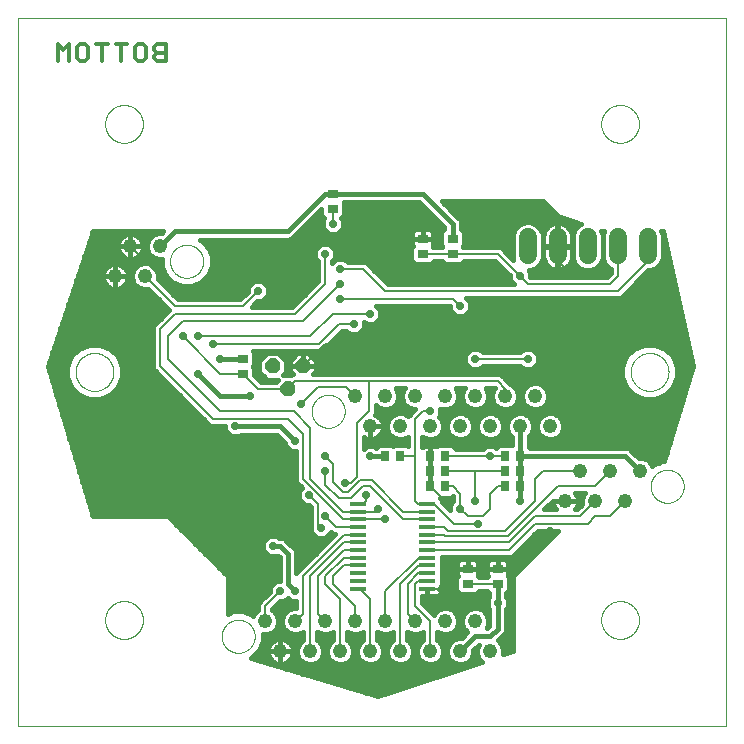
<source format=gbl>
G75*
%MOIN*%
%OFA0B0*%
%FSLAX25Y25*%
%IPPOS*%
%LPD*%
%AMOC8*
5,1,8,0,0,1.08239X$1,22.5*
%
%ADD10C,0.00000*%
%ADD11C,0.01400*%
%ADD12C,0.06000*%
%ADD13R,0.03543X0.02756*%
%ADD14R,0.02756X0.03543*%
%ADD15C,0.04800*%
%ADD16R,0.05800X0.01400*%
%ADD17OC8,0.05000*%
%ADD18C,0.00600*%
%ADD19OC8,0.02775*%
%ADD20C,0.01600*%
D10*
X0001000Y0001000D02*
X0001000Y0237220D01*
X0237220Y0237220D01*
X0237220Y0001000D01*
X0001000Y0001000D01*
X0030134Y0036433D02*
X0030136Y0036591D01*
X0030142Y0036749D01*
X0030152Y0036907D01*
X0030166Y0037065D01*
X0030184Y0037222D01*
X0030205Y0037379D01*
X0030231Y0037535D01*
X0030261Y0037691D01*
X0030294Y0037846D01*
X0030332Y0037999D01*
X0030373Y0038152D01*
X0030418Y0038304D01*
X0030467Y0038455D01*
X0030520Y0038604D01*
X0030576Y0038752D01*
X0030636Y0038898D01*
X0030700Y0039043D01*
X0030768Y0039186D01*
X0030839Y0039328D01*
X0030913Y0039468D01*
X0030991Y0039605D01*
X0031073Y0039741D01*
X0031157Y0039875D01*
X0031246Y0040006D01*
X0031337Y0040135D01*
X0031432Y0040262D01*
X0031529Y0040387D01*
X0031630Y0040509D01*
X0031734Y0040628D01*
X0031841Y0040745D01*
X0031951Y0040859D01*
X0032064Y0040970D01*
X0032179Y0041079D01*
X0032297Y0041184D01*
X0032418Y0041286D01*
X0032541Y0041386D01*
X0032667Y0041482D01*
X0032795Y0041575D01*
X0032925Y0041665D01*
X0033058Y0041751D01*
X0033193Y0041835D01*
X0033329Y0041914D01*
X0033468Y0041991D01*
X0033609Y0042063D01*
X0033751Y0042133D01*
X0033895Y0042198D01*
X0034041Y0042260D01*
X0034188Y0042318D01*
X0034337Y0042373D01*
X0034487Y0042424D01*
X0034638Y0042471D01*
X0034790Y0042514D01*
X0034943Y0042553D01*
X0035098Y0042589D01*
X0035253Y0042620D01*
X0035409Y0042648D01*
X0035565Y0042672D01*
X0035722Y0042692D01*
X0035880Y0042708D01*
X0036037Y0042720D01*
X0036196Y0042728D01*
X0036354Y0042732D01*
X0036512Y0042732D01*
X0036670Y0042728D01*
X0036829Y0042720D01*
X0036986Y0042708D01*
X0037144Y0042692D01*
X0037301Y0042672D01*
X0037457Y0042648D01*
X0037613Y0042620D01*
X0037768Y0042589D01*
X0037923Y0042553D01*
X0038076Y0042514D01*
X0038228Y0042471D01*
X0038379Y0042424D01*
X0038529Y0042373D01*
X0038678Y0042318D01*
X0038825Y0042260D01*
X0038971Y0042198D01*
X0039115Y0042133D01*
X0039257Y0042063D01*
X0039398Y0041991D01*
X0039537Y0041914D01*
X0039673Y0041835D01*
X0039808Y0041751D01*
X0039941Y0041665D01*
X0040071Y0041575D01*
X0040199Y0041482D01*
X0040325Y0041386D01*
X0040448Y0041286D01*
X0040569Y0041184D01*
X0040687Y0041079D01*
X0040802Y0040970D01*
X0040915Y0040859D01*
X0041025Y0040745D01*
X0041132Y0040628D01*
X0041236Y0040509D01*
X0041337Y0040387D01*
X0041434Y0040262D01*
X0041529Y0040135D01*
X0041620Y0040006D01*
X0041709Y0039875D01*
X0041793Y0039741D01*
X0041875Y0039605D01*
X0041953Y0039468D01*
X0042027Y0039328D01*
X0042098Y0039186D01*
X0042166Y0039043D01*
X0042230Y0038898D01*
X0042290Y0038752D01*
X0042346Y0038604D01*
X0042399Y0038455D01*
X0042448Y0038304D01*
X0042493Y0038152D01*
X0042534Y0037999D01*
X0042572Y0037846D01*
X0042605Y0037691D01*
X0042635Y0037535D01*
X0042661Y0037379D01*
X0042682Y0037222D01*
X0042700Y0037065D01*
X0042714Y0036907D01*
X0042724Y0036749D01*
X0042730Y0036591D01*
X0042732Y0036433D01*
X0042730Y0036275D01*
X0042724Y0036117D01*
X0042714Y0035959D01*
X0042700Y0035801D01*
X0042682Y0035644D01*
X0042661Y0035487D01*
X0042635Y0035331D01*
X0042605Y0035175D01*
X0042572Y0035020D01*
X0042534Y0034867D01*
X0042493Y0034714D01*
X0042448Y0034562D01*
X0042399Y0034411D01*
X0042346Y0034262D01*
X0042290Y0034114D01*
X0042230Y0033968D01*
X0042166Y0033823D01*
X0042098Y0033680D01*
X0042027Y0033538D01*
X0041953Y0033398D01*
X0041875Y0033261D01*
X0041793Y0033125D01*
X0041709Y0032991D01*
X0041620Y0032860D01*
X0041529Y0032731D01*
X0041434Y0032604D01*
X0041337Y0032479D01*
X0041236Y0032357D01*
X0041132Y0032238D01*
X0041025Y0032121D01*
X0040915Y0032007D01*
X0040802Y0031896D01*
X0040687Y0031787D01*
X0040569Y0031682D01*
X0040448Y0031580D01*
X0040325Y0031480D01*
X0040199Y0031384D01*
X0040071Y0031291D01*
X0039941Y0031201D01*
X0039808Y0031115D01*
X0039673Y0031031D01*
X0039537Y0030952D01*
X0039398Y0030875D01*
X0039257Y0030803D01*
X0039115Y0030733D01*
X0038971Y0030668D01*
X0038825Y0030606D01*
X0038678Y0030548D01*
X0038529Y0030493D01*
X0038379Y0030442D01*
X0038228Y0030395D01*
X0038076Y0030352D01*
X0037923Y0030313D01*
X0037768Y0030277D01*
X0037613Y0030246D01*
X0037457Y0030218D01*
X0037301Y0030194D01*
X0037144Y0030174D01*
X0036986Y0030158D01*
X0036829Y0030146D01*
X0036670Y0030138D01*
X0036512Y0030134D01*
X0036354Y0030134D01*
X0036196Y0030138D01*
X0036037Y0030146D01*
X0035880Y0030158D01*
X0035722Y0030174D01*
X0035565Y0030194D01*
X0035409Y0030218D01*
X0035253Y0030246D01*
X0035098Y0030277D01*
X0034943Y0030313D01*
X0034790Y0030352D01*
X0034638Y0030395D01*
X0034487Y0030442D01*
X0034337Y0030493D01*
X0034188Y0030548D01*
X0034041Y0030606D01*
X0033895Y0030668D01*
X0033751Y0030733D01*
X0033609Y0030803D01*
X0033468Y0030875D01*
X0033329Y0030952D01*
X0033193Y0031031D01*
X0033058Y0031115D01*
X0032925Y0031201D01*
X0032795Y0031291D01*
X0032667Y0031384D01*
X0032541Y0031480D01*
X0032418Y0031580D01*
X0032297Y0031682D01*
X0032179Y0031787D01*
X0032064Y0031896D01*
X0031951Y0032007D01*
X0031841Y0032121D01*
X0031734Y0032238D01*
X0031630Y0032357D01*
X0031529Y0032479D01*
X0031432Y0032604D01*
X0031337Y0032731D01*
X0031246Y0032860D01*
X0031157Y0032991D01*
X0031073Y0033125D01*
X0030991Y0033261D01*
X0030913Y0033398D01*
X0030839Y0033538D01*
X0030768Y0033680D01*
X0030700Y0033823D01*
X0030636Y0033968D01*
X0030576Y0034114D01*
X0030520Y0034262D01*
X0030467Y0034411D01*
X0030418Y0034562D01*
X0030373Y0034714D01*
X0030332Y0034867D01*
X0030294Y0035020D01*
X0030261Y0035175D01*
X0030231Y0035331D01*
X0030205Y0035487D01*
X0030184Y0035644D01*
X0030166Y0035801D01*
X0030152Y0035959D01*
X0030142Y0036117D01*
X0030136Y0036275D01*
X0030134Y0036433D01*
X0068988Y0031000D02*
X0068990Y0031148D01*
X0068996Y0031296D01*
X0069006Y0031444D01*
X0069020Y0031591D01*
X0069038Y0031738D01*
X0069059Y0031884D01*
X0069085Y0032030D01*
X0069115Y0032175D01*
X0069148Y0032319D01*
X0069186Y0032462D01*
X0069227Y0032604D01*
X0069272Y0032745D01*
X0069320Y0032885D01*
X0069373Y0033024D01*
X0069429Y0033161D01*
X0069489Y0033296D01*
X0069552Y0033430D01*
X0069619Y0033562D01*
X0069690Y0033692D01*
X0069764Y0033820D01*
X0069841Y0033946D01*
X0069922Y0034070D01*
X0070006Y0034192D01*
X0070093Y0034311D01*
X0070184Y0034428D01*
X0070278Y0034543D01*
X0070374Y0034655D01*
X0070474Y0034765D01*
X0070576Y0034871D01*
X0070682Y0034975D01*
X0070790Y0035076D01*
X0070901Y0035174D01*
X0071014Y0035270D01*
X0071130Y0035362D01*
X0071248Y0035451D01*
X0071369Y0035536D01*
X0071492Y0035619D01*
X0071617Y0035698D01*
X0071744Y0035774D01*
X0071873Y0035846D01*
X0072004Y0035915D01*
X0072137Y0035980D01*
X0072272Y0036041D01*
X0072408Y0036099D01*
X0072545Y0036154D01*
X0072684Y0036204D01*
X0072825Y0036251D01*
X0072966Y0036294D01*
X0073109Y0036334D01*
X0073253Y0036369D01*
X0073397Y0036401D01*
X0073543Y0036428D01*
X0073689Y0036452D01*
X0073836Y0036472D01*
X0073983Y0036488D01*
X0074130Y0036500D01*
X0074278Y0036508D01*
X0074426Y0036512D01*
X0074574Y0036512D01*
X0074722Y0036508D01*
X0074870Y0036500D01*
X0075017Y0036488D01*
X0075164Y0036472D01*
X0075311Y0036452D01*
X0075457Y0036428D01*
X0075603Y0036401D01*
X0075747Y0036369D01*
X0075891Y0036334D01*
X0076034Y0036294D01*
X0076175Y0036251D01*
X0076316Y0036204D01*
X0076455Y0036154D01*
X0076592Y0036099D01*
X0076728Y0036041D01*
X0076863Y0035980D01*
X0076996Y0035915D01*
X0077127Y0035846D01*
X0077256Y0035774D01*
X0077383Y0035698D01*
X0077508Y0035619D01*
X0077631Y0035536D01*
X0077752Y0035451D01*
X0077870Y0035362D01*
X0077986Y0035270D01*
X0078099Y0035174D01*
X0078210Y0035076D01*
X0078318Y0034975D01*
X0078424Y0034871D01*
X0078526Y0034765D01*
X0078626Y0034655D01*
X0078722Y0034543D01*
X0078816Y0034428D01*
X0078907Y0034311D01*
X0078994Y0034192D01*
X0079078Y0034070D01*
X0079159Y0033946D01*
X0079236Y0033820D01*
X0079310Y0033692D01*
X0079381Y0033562D01*
X0079448Y0033430D01*
X0079511Y0033296D01*
X0079571Y0033161D01*
X0079627Y0033024D01*
X0079680Y0032885D01*
X0079728Y0032745D01*
X0079773Y0032604D01*
X0079814Y0032462D01*
X0079852Y0032319D01*
X0079885Y0032175D01*
X0079915Y0032030D01*
X0079941Y0031884D01*
X0079962Y0031738D01*
X0079980Y0031591D01*
X0079994Y0031444D01*
X0080004Y0031296D01*
X0080010Y0031148D01*
X0080012Y0031000D01*
X0080010Y0030852D01*
X0080004Y0030704D01*
X0079994Y0030556D01*
X0079980Y0030409D01*
X0079962Y0030262D01*
X0079941Y0030116D01*
X0079915Y0029970D01*
X0079885Y0029825D01*
X0079852Y0029681D01*
X0079814Y0029538D01*
X0079773Y0029396D01*
X0079728Y0029255D01*
X0079680Y0029115D01*
X0079627Y0028976D01*
X0079571Y0028839D01*
X0079511Y0028704D01*
X0079448Y0028570D01*
X0079381Y0028438D01*
X0079310Y0028308D01*
X0079236Y0028180D01*
X0079159Y0028054D01*
X0079078Y0027930D01*
X0078994Y0027808D01*
X0078907Y0027689D01*
X0078816Y0027572D01*
X0078722Y0027457D01*
X0078626Y0027345D01*
X0078526Y0027235D01*
X0078424Y0027129D01*
X0078318Y0027025D01*
X0078210Y0026924D01*
X0078099Y0026826D01*
X0077986Y0026730D01*
X0077870Y0026638D01*
X0077752Y0026549D01*
X0077631Y0026464D01*
X0077508Y0026381D01*
X0077383Y0026302D01*
X0077256Y0026226D01*
X0077127Y0026154D01*
X0076996Y0026085D01*
X0076863Y0026020D01*
X0076728Y0025959D01*
X0076592Y0025901D01*
X0076455Y0025846D01*
X0076316Y0025796D01*
X0076175Y0025749D01*
X0076034Y0025706D01*
X0075891Y0025666D01*
X0075747Y0025631D01*
X0075603Y0025599D01*
X0075457Y0025572D01*
X0075311Y0025548D01*
X0075164Y0025528D01*
X0075017Y0025512D01*
X0074870Y0025500D01*
X0074722Y0025492D01*
X0074574Y0025488D01*
X0074426Y0025488D01*
X0074278Y0025492D01*
X0074130Y0025500D01*
X0073983Y0025512D01*
X0073836Y0025528D01*
X0073689Y0025548D01*
X0073543Y0025572D01*
X0073397Y0025599D01*
X0073253Y0025631D01*
X0073109Y0025666D01*
X0072966Y0025706D01*
X0072825Y0025749D01*
X0072684Y0025796D01*
X0072545Y0025846D01*
X0072408Y0025901D01*
X0072272Y0025959D01*
X0072137Y0026020D01*
X0072004Y0026085D01*
X0071873Y0026154D01*
X0071744Y0026226D01*
X0071617Y0026302D01*
X0071492Y0026381D01*
X0071369Y0026464D01*
X0071248Y0026549D01*
X0071130Y0026638D01*
X0071014Y0026730D01*
X0070901Y0026826D01*
X0070790Y0026924D01*
X0070682Y0027025D01*
X0070576Y0027129D01*
X0070474Y0027235D01*
X0070374Y0027345D01*
X0070278Y0027457D01*
X0070184Y0027572D01*
X0070093Y0027689D01*
X0070006Y0027808D01*
X0069922Y0027930D01*
X0069841Y0028054D01*
X0069764Y0028180D01*
X0069690Y0028308D01*
X0069619Y0028438D01*
X0069552Y0028570D01*
X0069489Y0028704D01*
X0069429Y0028839D01*
X0069373Y0028976D01*
X0069320Y0029115D01*
X0069272Y0029255D01*
X0069227Y0029396D01*
X0069186Y0029538D01*
X0069148Y0029681D01*
X0069115Y0029825D01*
X0069085Y0029970D01*
X0069059Y0030116D01*
X0069038Y0030262D01*
X0069020Y0030409D01*
X0069006Y0030556D01*
X0068996Y0030704D01*
X0068990Y0030852D01*
X0068988Y0031000D01*
X0098988Y0106000D02*
X0098990Y0106148D01*
X0098996Y0106296D01*
X0099006Y0106444D01*
X0099020Y0106591D01*
X0099038Y0106738D01*
X0099059Y0106884D01*
X0099085Y0107030D01*
X0099115Y0107175D01*
X0099148Y0107319D01*
X0099186Y0107462D01*
X0099227Y0107604D01*
X0099272Y0107745D01*
X0099320Y0107885D01*
X0099373Y0108024D01*
X0099429Y0108161D01*
X0099489Y0108296D01*
X0099552Y0108430D01*
X0099619Y0108562D01*
X0099690Y0108692D01*
X0099764Y0108820D01*
X0099841Y0108946D01*
X0099922Y0109070D01*
X0100006Y0109192D01*
X0100093Y0109311D01*
X0100184Y0109428D01*
X0100278Y0109543D01*
X0100374Y0109655D01*
X0100474Y0109765D01*
X0100576Y0109871D01*
X0100682Y0109975D01*
X0100790Y0110076D01*
X0100901Y0110174D01*
X0101014Y0110270D01*
X0101130Y0110362D01*
X0101248Y0110451D01*
X0101369Y0110536D01*
X0101492Y0110619D01*
X0101617Y0110698D01*
X0101744Y0110774D01*
X0101873Y0110846D01*
X0102004Y0110915D01*
X0102137Y0110980D01*
X0102272Y0111041D01*
X0102408Y0111099D01*
X0102545Y0111154D01*
X0102684Y0111204D01*
X0102825Y0111251D01*
X0102966Y0111294D01*
X0103109Y0111334D01*
X0103253Y0111369D01*
X0103397Y0111401D01*
X0103543Y0111428D01*
X0103689Y0111452D01*
X0103836Y0111472D01*
X0103983Y0111488D01*
X0104130Y0111500D01*
X0104278Y0111508D01*
X0104426Y0111512D01*
X0104574Y0111512D01*
X0104722Y0111508D01*
X0104870Y0111500D01*
X0105017Y0111488D01*
X0105164Y0111472D01*
X0105311Y0111452D01*
X0105457Y0111428D01*
X0105603Y0111401D01*
X0105747Y0111369D01*
X0105891Y0111334D01*
X0106034Y0111294D01*
X0106175Y0111251D01*
X0106316Y0111204D01*
X0106455Y0111154D01*
X0106592Y0111099D01*
X0106728Y0111041D01*
X0106863Y0110980D01*
X0106996Y0110915D01*
X0107127Y0110846D01*
X0107256Y0110774D01*
X0107383Y0110698D01*
X0107508Y0110619D01*
X0107631Y0110536D01*
X0107752Y0110451D01*
X0107870Y0110362D01*
X0107986Y0110270D01*
X0108099Y0110174D01*
X0108210Y0110076D01*
X0108318Y0109975D01*
X0108424Y0109871D01*
X0108526Y0109765D01*
X0108626Y0109655D01*
X0108722Y0109543D01*
X0108816Y0109428D01*
X0108907Y0109311D01*
X0108994Y0109192D01*
X0109078Y0109070D01*
X0109159Y0108946D01*
X0109236Y0108820D01*
X0109310Y0108692D01*
X0109381Y0108562D01*
X0109448Y0108430D01*
X0109511Y0108296D01*
X0109571Y0108161D01*
X0109627Y0108024D01*
X0109680Y0107885D01*
X0109728Y0107745D01*
X0109773Y0107604D01*
X0109814Y0107462D01*
X0109852Y0107319D01*
X0109885Y0107175D01*
X0109915Y0107030D01*
X0109941Y0106884D01*
X0109962Y0106738D01*
X0109980Y0106591D01*
X0109994Y0106444D01*
X0110004Y0106296D01*
X0110010Y0106148D01*
X0110012Y0106000D01*
X0110010Y0105852D01*
X0110004Y0105704D01*
X0109994Y0105556D01*
X0109980Y0105409D01*
X0109962Y0105262D01*
X0109941Y0105116D01*
X0109915Y0104970D01*
X0109885Y0104825D01*
X0109852Y0104681D01*
X0109814Y0104538D01*
X0109773Y0104396D01*
X0109728Y0104255D01*
X0109680Y0104115D01*
X0109627Y0103976D01*
X0109571Y0103839D01*
X0109511Y0103704D01*
X0109448Y0103570D01*
X0109381Y0103438D01*
X0109310Y0103308D01*
X0109236Y0103180D01*
X0109159Y0103054D01*
X0109078Y0102930D01*
X0108994Y0102808D01*
X0108907Y0102689D01*
X0108816Y0102572D01*
X0108722Y0102457D01*
X0108626Y0102345D01*
X0108526Y0102235D01*
X0108424Y0102129D01*
X0108318Y0102025D01*
X0108210Y0101924D01*
X0108099Y0101826D01*
X0107986Y0101730D01*
X0107870Y0101638D01*
X0107752Y0101549D01*
X0107631Y0101464D01*
X0107508Y0101381D01*
X0107383Y0101302D01*
X0107256Y0101226D01*
X0107127Y0101154D01*
X0106996Y0101085D01*
X0106863Y0101020D01*
X0106728Y0100959D01*
X0106592Y0100901D01*
X0106455Y0100846D01*
X0106316Y0100796D01*
X0106175Y0100749D01*
X0106034Y0100706D01*
X0105891Y0100666D01*
X0105747Y0100631D01*
X0105603Y0100599D01*
X0105457Y0100572D01*
X0105311Y0100548D01*
X0105164Y0100528D01*
X0105017Y0100512D01*
X0104870Y0100500D01*
X0104722Y0100492D01*
X0104574Y0100488D01*
X0104426Y0100488D01*
X0104278Y0100492D01*
X0104130Y0100500D01*
X0103983Y0100512D01*
X0103836Y0100528D01*
X0103689Y0100548D01*
X0103543Y0100572D01*
X0103397Y0100599D01*
X0103253Y0100631D01*
X0103109Y0100666D01*
X0102966Y0100706D01*
X0102825Y0100749D01*
X0102684Y0100796D01*
X0102545Y0100846D01*
X0102408Y0100901D01*
X0102272Y0100959D01*
X0102137Y0101020D01*
X0102004Y0101085D01*
X0101873Y0101154D01*
X0101744Y0101226D01*
X0101617Y0101302D01*
X0101492Y0101381D01*
X0101369Y0101464D01*
X0101248Y0101549D01*
X0101130Y0101638D01*
X0101014Y0101730D01*
X0100901Y0101826D01*
X0100790Y0101924D01*
X0100682Y0102025D01*
X0100576Y0102129D01*
X0100474Y0102235D01*
X0100374Y0102345D01*
X0100278Y0102457D01*
X0100184Y0102572D01*
X0100093Y0102689D01*
X0100006Y0102808D01*
X0099922Y0102930D01*
X0099841Y0103054D01*
X0099764Y0103180D01*
X0099690Y0103308D01*
X0099619Y0103438D01*
X0099552Y0103570D01*
X0099489Y0103704D01*
X0099429Y0103839D01*
X0099373Y0103976D01*
X0099320Y0104115D01*
X0099272Y0104255D01*
X0099227Y0104396D01*
X0099186Y0104538D01*
X0099148Y0104681D01*
X0099115Y0104825D01*
X0099085Y0104970D01*
X0099059Y0105116D01*
X0099038Y0105262D01*
X0099020Y0105409D01*
X0099006Y0105556D01*
X0098996Y0105704D01*
X0098990Y0105852D01*
X0098988Y0106000D01*
X0051788Y0156000D02*
X0051790Y0156148D01*
X0051796Y0156296D01*
X0051806Y0156444D01*
X0051820Y0156591D01*
X0051838Y0156738D01*
X0051859Y0156884D01*
X0051885Y0157030D01*
X0051915Y0157175D01*
X0051948Y0157319D01*
X0051986Y0157462D01*
X0052027Y0157604D01*
X0052072Y0157745D01*
X0052120Y0157885D01*
X0052173Y0158024D01*
X0052229Y0158161D01*
X0052289Y0158296D01*
X0052352Y0158430D01*
X0052419Y0158562D01*
X0052490Y0158692D01*
X0052564Y0158820D01*
X0052641Y0158946D01*
X0052722Y0159070D01*
X0052806Y0159192D01*
X0052893Y0159311D01*
X0052984Y0159428D01*
X0053078Y0159543D01*
X0053174Y0159655D01*
X0053274Y0159765D01*
X0053376Y0159871D01*
X0053482Y0159975D01*
X0053590Y0160076D01*
X0053701Y0160174D01*
X0053814Y0160270D01*
X0053930Y0160362D01*
X0054048Y0160451D01*
X0054169Y0160536D01*
X0054292Y0160619D01*
X0054417Y0160698D01*
X0054544Y0160774D01*
X0054673Y0160846D01*
X0054804Y0160915D01*
X0054937Y0160980D01*
X0055072Y0161041D01*
X0055208Y0161099D01*
X0055345Y0161154D01*
X0055484Y0161204D01*
X0055625Y0161251D01*
X0055766Y0161294D01*
X0055909Y0161334D01*
X0056053Y0161369D01*
X0056197Y0161401D01*
X0056343Y0161428D01*
X0056489Y0161452D01*
X0056636Y0161472D01*
X0056783Y0161488D01*
X0056930Y0161500D01*
X0057078Y0161508D01*
X0057226Y0161512D01*
X0057374Y0161512D01*
X0057522Y0161508D01*
X0057670Y0161500D01*
X0057817Y0161488D01*
X0057964Y0161472D01*
X0058111Y0161452D01*
X0058257Y0161428D01*
X0058403Y0161401D01*
X0058547Y0161369D01*
X0058691Y0161334D01*
X0058834Y0161294D01*
X0058975Y0161251D01*
X0059116Y0161204D01*
X0059255Y0161154D01*
X0059392Y0161099D01*
X0059528Y0161041D01*
X0059663Y0160980D01*
X0059796Y0160915D01*
X0059927Y0160846D01*
X0060056Y0160774D01*
X0060183Y0160698D01*
X0060308Y0160619D01*
X0060431Y0160536D01*
X0060552Y0160451D01*
X0060670Y0160362D01*
X0060786Y0160270D01*
X0060899Y0160174D01*
X0061010Y0160076D01*
X0061118Y0159975D01*
X0061224Y0159871D01*
X0061326Y0159765D01*
X0061426Y0159655D01*
X0061522Y0159543D01*
X0061616Y0159428D01*
X0061707Y0159311D01*
X0061794Y0159192D01*
X0061878Y0159070D01*
X0061959Y0158946D01*
X0062036Y0158820D01*
X0062110Y0158692D01*
X0062181Y0158562D01*
X0062248Y0158430D01*
X0062311Y0158296D01*
X0062371Y0158161D01*
X0062427Y0158024D01*
X0062480Y0157885D01*
X0062528Y0157745D01*
X0062573Y0157604D01*
X0062614Y0157462D01*
X0062652Y0157319D01*
X0062685Y0157175D01*
X0062715Y0157030D01*
X0062741Y0156884D01*
X0062762Y0156738D01*
X0062780Y0156591D01*
X0062794Y0156444D01*
X0062804Y0156296D01*
X0062810Y0156148D01*
X0062812Y0156000D01*
X0062810Y0155852D01*
X0062804Y0155704D01*
X0062794Y0155556D01*
X0062780Y0155409D01*
X0062762Y0155262D01*
X0062741Y0155116D01*
X0062715Y0154970D01*
X0062685Y0154825D01*
X0062652Y0154681D01*
X0062614Y0154538D01*
X0062573Y0154396D01*
X0062528Y0154255D01*
X0062480Y0154115D01*
X0062427Y0153976D01*
X0062371Y0153839D01*
X0062311Y0153704D01*
X0062248Y0153570D01*
X0062181Y0153438D01*
X0062110Y0153308D01*
X0062036Y0153180D01*
X0061959Y0153054D01*
X0061878Y0152930D01*
X0061794Y0152808D01*
X0061707Y0152689D01*
X0061616Y0152572D01*
X0061522Y0152457D01*
X0061426Y0152345D01*
X0061326Y0152235D01*
X0061224Y0152129D01*
X0061118Y0152025D01*
X0061010Y0151924D01*
X0060899Y0151826D01*
X0060786Y0151730D01*
X0060670Y0151638D01*
X0060552Y0151549D01*
X0060431Y0151464D01*
X0060308Y0151381D01*
X0060183Y0151302D01*
X0060056Y0151226D01*
X0059927Y0151154D01*
X0059796Y0151085D01*
X0059663Y0151020D01*
X0059528Y0150959D01*
X0059392Y0150901D01*
X0059255Y0150846D01*
X0059116Y0150796D01*
X0058975Y0150749D01*
X0058834Y0150706D01*
X0058691Y0150666D01*
X0058547Y0150631D01*
X0058403Y0150599D01*
X0058257Y0150572D01*
X0058111Y0150548D01*
X0057964Y0150528D01*
X0057817Y0150512D01*
X0057670Y0150500D01*
X0057522Y0150492D01*
X0057374Y0150488D01*
X0057226Y0150488D01*
X0057078Y0150492D01*
X0056930Y0150500D01*
X0056783Y0150512D01*
X0056636Y0150528D01*
X0056489Y0150548D01*
X0056343Y0150572D01*
X0056197Y0150599D01*
X0056053Y0150631D01*
X0055909Y0150666D01*
X0055766Y0150706D01*
X0055625Y0150749D01*
X0055484Y0150796D01*
X0055345Y0150846D01*
X0055208Y0150901D01*
X0055072Y0150959D01*
X0054937Y0151020D01*
X0054804Y0151085D01*
X0054673Y0151154D01*
X0054544Y0151226D01*
X0054417Y0151302D01*
X0054292Y0151381D01*
X0054169Y0151464D01*
X0054048Y0151549D01*
X0053930Y0151638D01*
X0053814Y0151730D01*
X0053701Y0151826D01*
X0053590Y0151924D01*
X0053482Y0152025D01*
X0053376Y0152129D01*
X0053274Y0152235D01*
X0053174Y0152345D01*
X0053078Y0152457D01*
X0052984Y0152572D01*
X0052893Y0152689D01*
X0052806Y0152808D01*
X0052722Y0152930D01*
X0052641Y0153054D01*
X0052564Y0153180D01*
X0052490Y0153308D01*
X0052419Y0153438D01*
X0052352Y0153570D01*
X0052289Y0153704D01*
X0052229Y0153839D01*
X0052173Y0153976D01*
X0052120Y0154115D01*
X0052072Y0154255D01*
X0052027Y0154396D01*
X0051986Y0154538D01*
X0051948Y0154681D01*
X0051915Y0154825D01*
X0051885Y0154970D01*
X0051859Y0155116D01*
X0051838Y0155262D01*
X0051820Y0155409D01*
X0051806Y0155556D01*
X0051796Y0155704D01*
X0051790Y0155852D01*
X0051788Y0156000D01*
X0020292Y0119110D02*
X0020294Y0119268D01*
X0020300Y0119426D01*
X0020310Y0119584D01*
X0020324Y0119742D01*
X0020342Y0119899D01*
X0020363Y0120056D01*
X0020389Y0120212D01*
X0020419Y0120368D01*
X0020452Y0120523D01*
X0020490Y0120676D01*
X0020531Y0120829D01*
X0020576Y0120981D01*
X0020625Y0121132D01*
X0020678Y0121281D01*
X0020734Y0121429D01*
X0020794Y0121575D01*
X0020858Y0121720D01*
X0020926Y0121863D01*
X0020997Y0122005D01*
X0021071Y0122145D01*
X0021149Y0122282D01*
X0021231Y0122418D01*
X0021315Y0122552D01*
X0021404Y0122683D01*
X0021495Y0122812D01*
X0021590Y0122939D01*
X0021687Y0123064D01*
X0021788Y0123186D01*
X0021892Y0123305D01*
X0021999Y0123422D01*
X0022109Y0123536D01*
X0022222Y0123647D01*
X0022337Y0123756D01*
X0022455Y0123861D01*
X0022576Y0123963D01*
X0022699Y0124063D01*
X0022825Y0124159D01*
X0022953Y0124252D01*
X0023083Y0124342D01*
X0023216Y0124428D01*
X0023351Y0124512D01*
X0023487Y0124591D01*
X0023626Y0124668D01*
X0023767Y0124740D01*
X0023909Y0124810D01*
X0024053Y0124875D01*
X0024199Y0124937D01*
X0024346Y0124995D01*
X0024495Y0125050D01*
X0024645Y0125101D01*
X0024796Y0125148D01*
X0024948Y0125191D01*
X0025101Y0125230D01*
X0025256Y0125266D01*
X0025411Y0125297D01*
X0025567Y0125325D01*
X0025723Y0125349D01*
X0025880Y0125369D01*
X0026038Y0125385D01*
X0026195Y0125397D01*
X0026354Y0125405D01*
X0026512Y0125409D01*
X0026670Y0125409D01*
X0026828Y0125405D01*
X0026987Y0125397D01*
X0027144Y0125385D01*
X0027302Y0125369D01*
X0027459Y0125349D01*
X0027615Y0125325D01*
X0027771Y0125297D01*
X0027926Y0125266D01*
X0028081Y0125230D01*
X0028234Y0125191D01*
X0028386Y0125148D01*
X0028537Y0125101D01*
X0028687Y0125050D01*
X0028836Y0124995D01*
X0028983Y0124937D01*
X0029129Y0124875D01*
X0029273Y0124810D01*
X0029415Y0124740D01*
X0029556Y0124668D01*
X0029695Y0124591D01*
X0029831Y0124512D01*
X0029966Y0124428D01*
X0030099Y0124342D01*
X0030229Y0124252D01*
X0030357Y0124159D01*
X0030483Y0124063D01*
X0030606Y0123963D01*
X0030727Y0123861D01*
X0030845Y0123756D01*
X0030960Y0123647D01*
X0031073Y0123536D01*
X0031183Y0123422D01*
X0031290Y0123305D01*
X0031394Y0123186D01*
X0031495Y0123064D01*
X0031592Y0122939D01*
X0031687Y0122812D01*
X0031778Y0122683D01*
X0031867Y0122552D01*
X0031951Y0122418D01*
X0032033Y0122282D01*
X0032111Y0122145D01*
X0032185Y0122005D01*
X0032256Y0121863D01*
X0032324Y0121720D01*
X0032388Y0121575D01*
X0032448Y0121429D01*
X0032504Y0121281D01*
X0032557Y0121132D01*
X0032606Y0120981D01*
X0032651Y0120829D01*
X0032692Y0120676D01*
X0032730Y0120523D01*
X0032763Y0120368D01*
X0032793Y0120212D01*
X0032819Y0120056D01*
X0032840Y0119899D01*
X0032858Y0119742D01*
X0032872Y0119584D01*
X0032882Y0119426D01*
X0032888Y0119268D01*
X0032890Y0119110D01*
X0032888Y0118952D01*
X0032882Y0118794D01*
X0032872Y0118636D01*
X0032858Y0118478D01*
X0032840Y0118321D01*
X0032819Y0118164D01*
X0032793Y0118008D01*
X0032763Y0117852D01*
X0032730Y0117697D01*
X0032692Y0117544D01*
X0032651Y0117391D01*
X0032606Y0117239D01*
X0032557Y0117088D01*
X0032504Y0116939D01*
X0032448Y0116791D01*
X0032388Y0116645D01*
X0032324Y0116500D01*
X0032256Y0116357D01*
X0032185Y0116215D01*
X0032111Y0116075D01*
X0032033Y0115938D01*
X0031951Y0115802D01*
X0031867Y0115668D01*
X0031778Y0115537D01*
X0031687Y0115408D01*
X0031592Y0115281D01*
X0031495Y0115156D01*
X0031394Y0115034D01*
X0031290Y0114915D01*
X0031183Y0114798D01*
X0031073Y0114684D01*
X0030960Y0114573D01*
X0030845Y0114464D01*
X0030727Y0114359D01*
X0030606Y0114257D01*
X0030483Y0114157D01*
X0030357Y0114061D01*
X0030229Y0113968D01*
X0030099Y0113878D01*
X0029966Y0113792D01*
X0029831Y0113708D01*
X0029695Y0113629D01*
X0029556Y0113552D01*
X0029415Y0113480D01*
X0029273Y0113410D01*
X0029129Y0113345D01*
X0028983Y0113283D01*
X0028836Y0113225D01*
X0028687Y0113170D01*
X0028537Y0113119D01*
X0028386Y0113072D01*
X0028234Y0113029D01*
X0028081Y0112990D01*
X0027926Y0112954D01*
X0027771Y0112923D01*
X0027615Y0112895D01*
X0027459Y0112871D01*
X0027302Y0112851D01*
X0027144Y0112835D01*
X0026987Y0112823D01*
X0026828Y0112815D01*
X0026670Y0112811D01*
X0026512Y0112811D01*
X0026354Y0112815D01*
X0026195Y0112823D01*
X0026038Y0112835D01*
X0025880Y0112851D01*
X0025723Y0112871D01*
X0025567Y0112895D01*
X0025411Y0112923D01*
X0025256Y0112954D01*
X0025101Y0112990D01*
X0024948Y0113029D01*
X0024796Y0113072D01*
X0024645Y0113119D01*
X0024495Y0113170D01*
X0024346Y0113225D01*
X0024199Y0113283D01*
X0024053Y0113345D01*
X0023909Y0113410D01*
X0023767Y0113480D01*
X0023626Y0113552D01*
X0023487Y0113629D01*
X0023351Y0113708D01*
X0023216Y0113792D01*
X0023083Y0113878D01*
X0022953Y0113968D01*
X0022825Y0114061D01*
X0022699Y0114157D01*
X0022576Y0114257D01*
X0022455Y0114359D01*
X0022337Y0114464D01*
X0022222Y0114573D01*
X0022109Y0114684D01*
X0021999Y0114798D01*
X0021892Y0114915D01*
X0021788Y0115034D01*
X0021687Y0115156D01*
X0021590Y0115281D01*
X0021495Y0115408D01*
X0021404Y0115537D01*
X0021315Y0115668D01*
X0021231Y0115802D01*
X0021149Y0115938D01*
X0021071Y0116075D01*
X0020997Y0116215D01*
X0020926Y0116357D01*
X0020858Y0116500D01*
X0020794Y0116645D01*
X0020734Y0116791D01*
X0020678Y0116939D01*
X0020625Y0117088D01*
X0020576Y0117239D01*
X0020531Y0117391D01*
X0020490Y0117544D01*
X0020452Y0117697D01*
X0020419Y0117852D01*
X0020389Y0118008D01*
X0020363Y0118164D01*
X0020342Y0118321D01*
X0020324Y0118478D01*
X0020310Y0118636D01*
X0020300Y0118794D01*
X0020294Y0118952D01*
X0020292Y0119110D01*
X0030134Y0201787D02*
X0030136Y0201945D01*
X0030142Y0202103D01*
X0030152Y0202261D01*
X0030166Y0202419D01*
X0030184Y0202576D01*
X0030205Y0202733D01*
X0030231Y0202889D01*
X0030261Y0203045D01*
X0030294Y0203200D01*
X0030332Y0203353D01*
X0030373Y0203506D01*
X0030418Y0203658D01*
X0030467Y0203809D01*
X0030520Y0203958D01*
X0030576Y0204106D01*
X0030636Y0204252D01*
X0030700Y0204397D01*
X0030768Y0204540D01*
X0030839Y0204682D01*
X0030913Y0204822D01*
X0030991Y0204959D01*
X0031073Y0205095D01*
X0031157Y0205229D01*
X0031246Y0205360D01*
X0031337Y0205489D01*
X0031432Y0205616D01*
X0031529Y0205741D01*
X0031630Y0205863D01*
X0031734Y0205982D01*
X0031841Y0206099D01*
X0031951Y0206213D01*
X0032064Y0206324D01*
X0032179Y0206433D01*
X0032297Y0206538D01*
X0032418Y0206640D01*
X0032541Y0206740D01*
X0032667Y0206836D01*
X0032795Y0206929D01*
X0032925Y0207019D01*
X0033058Y0207105D01*
X0033193Y0207189D01*
X0033329Y0207268D01*
X0033468Y0207345D01*
X0033609Y0207417D01*
X0033751Y0207487D01*
X0033895Y0207552D01*
X0034041Y0207614D01*
X0034188Y0207672D01*
X0034337Y0207727D01*
X0034487Y0207778D01*
X0034638Y0207825D01*
X0034790Y0207868D01*
X0034943Y0207907D01*
X0035098Y0207943D01*
X0035253Y0207974D01*
X0035409Y0208002D01*
X0035565Y0208026D01*
X0035722Y0208046D01*
X0035880Y0208062D01*
X0036037Y0208074D01*
X0036196Y0208082D01*
X0036354Y0208086D01*
X0036512Y0208086D01*
X0036670Y0208082D01*
X0036829Y0208074D01*
X0036986Y0208062D01*
X0037144Y0208046D01*
X0037301Y0208026D01*
X0037457Y0208002D01*
X0037613Y0207974D01*
X0037768Y0207943D01*
X0037923Y0207907D01*
X0038076Y0207868D01*
X0038228Y0207825D01*
X0038379Y0207778D01*
X0038529Y0207727D01*
X0038678Y0207672D01*
X0038825Y0207614D01*
X0038971Y0207552D01*
X0039115Y0207487D01*
X0039257Y0207417D01*
X0039398Y0207345D01*
X0039537Y0207268D01*
X0039673Y0207189D01*
X0039808Y0207105D01*
X0039941Y0207019D01*
X0040071Y0206929D01*
X0040199Y0206836D01*
X0040325Y0206740D01*
X0040448Y0206640D01*
X0040569Y0206538D01*
X0040687Y0206433D01*
X0040802Y0206324D01*
X0040915Y0206213D01*
X0041025Y0206099D01*
X0041132Y0205982D01*
X0041236Y0205863D01*
X0041337Y0205741D01*
X0041434Y0205616D01*
X0041529Y0205489D01*
X0041620Y0205360D01*
X0041709Y0205229D01*
X0041793Y0205095D01*
X0041875Y0204959D01*
X0041953Y0204822D01*
X0042027Y0204682D01*
X0042098Y0204540D01*
X0042166Y0204397D01*
X0042230Y0204252D01*
X0042290Y0204106D01*
X0042346Y0203958D01*
X0042399Y0203809D01*
X0042448Y0203658D01*
X0042493Y0203506D01*
X0042534Y0203353D01*
X0042572Y0203200D01*
X0042605Y0203045D01*
X0042635Y0202889D01*
X0042661Y0202733D01*
X0042682Y0202576D01*
X0042700Y0202419D01*
X0042714Y0202261D01*
X0042724Y0202103D01*
X0042730Y0201945D01*
X0042732Y0201787D01*
X0042730Y0201629D01*
X0042724Y0201471D01*
X0042714Y0201313D01*
X0042700Y0201155D01*
X0042682Y0200998D01*
X0042661Y0200841D01*
X0042635Y0200685D01*
X0042605Y0200529D01*
X0042572Y0200374D01*
X0042534Y0200221D01*
X0042493Y0200068D01*
X0042448Y0199916D01*
X0042399Y0199765D01*
X0042346Y0199616D01*
X0042290Y0199468D01*
X0042230Y0199322D01*
X0042166Y0199177D01*
X0042098Y0199034D01*
X0042027Y0198892D01*
X0041953Y0198752D01*
X0041875Y0198615D01*
X0041793Y0198479D01*
X0041709Y0198345D01*
X0041620Y0198214D01*
X0041529Y0198085D01*
X0041434Y0197958D01*
X0041337Y0197833D01*
X0041236Y0197711D01*
X0041132Y0197592D01*
X0041025Y0197475D01*
X0040915Y0197361D01*
X0040802Y0197250D01*
X0040687Y0197141D01*
X0040569Y0197036D01*
X0040448Y0196934D01*
X0040325Y0196834D01*
X0040199Y0196738D01*
X0040071Y0196645D01*
X0039941Y0196555D01*
X0039808Y0196469D01*
X0039673Y0196385D01*
X0039537Y0196306D01*
X0039398Y0196229D01*
X0039257Y0196157D01*
X0039115Y0196087D01*
X0038971Y0196022D01*
X0038825Y0195960D01*
X0038678Y0195902D01*
X0038529Y0195847D01*
X0038379Y0195796D01*
X0038228Y0195749D01*
X0038076Y0195706D01*
X0037923Y0195667D01*
X0037768Y0195631D01*
X0037613Y0195600D01*
X0037457Y0195572D01*
X0037301Y0195548D01*
X0037144Y0195528D01*
X0036986Y0195512D01*
X0036829Y0195500D01*
X0036670Y0195492D01*
X0036512Y0195488D01*
X0036354Y0195488D01*
X0036196Y0195492D01*
X0036037Y0195500D01*
X0035880Y0195512D01*
X0035722Y0195528D01*
X0035565Y0195548D01*
X0035409Y0195572D01*
X0035253Y0195600D01*
X0035098Y0195631D01*
X0034943Y0195667D01*
X0034790Y0195706D01*
X0034638Y0195749D01*
X0034487Y0195796D01*
X0034337Y0195847D01*
X0034188Y0195902D01*
X0034041Y0195960D01*
X0033895Y0196022D01*
X0033751Y0196087D01*
X0033609Y0196157D01*
X0033468Y0196229D01*
X0033329Y0196306D01*
X0033193Y0196385D01*
X0033058Y0196469D01*
X0032925Y0196555D01*
X0032795Y0196645D01*
X0032667Y0196738D01*
X0032541Y0196834D01*
X0032418Y0196934D01*
X0032297Y0197036D01*
X0032179Y0197141D01*
X0032064Y0197250D01*
X0031951Y0197361D01*
X0031841Y0197475D01*
X0031734Y0197592D01*
X0031630Y0197711D01*
X0031529Y0197833D01*
X0031432Y0197958D01*
X0031337Y0198085D01*
X0031246Y0198214D01*
X0031157Y0198345D01*
X0031073Y0198479D01*
X0030991Y0198615D01*
X0030913Y0198752D01*
X0030839Y0198892D01*
X0030768Y0199034D01*
X0030700Y0199177D01*
X0030636Y0199322D01*
X0030576Y0199468D01*
X0030520Y0199616D01*
X0030467Y0199765D01*
X0030418Y0199916D01*
X0030373Y0200068D01*
X0030332Y0200221D01*
X0030294Y0200374D01*
X0030261Y0200529D01*
X0030231Y0200685D01*
X0030205Y0200841D01*
X0030184Y0200998D01*
X0030166Y0201155D01*
X0030152Y0201313D01*
X0030142Y0201471D01*
X0030136Y0201629D01*
X0030134Y0201787D01*
X0195488Y0201787D02*
X0195490Y0201945D01*
X0195496Y0202103D01*
X0195506Y0202261D01*
X0195520Y0202419D01*
X0195538Y0202576D01*
X0195559Y0202733D01*
X0195585Y0202889D01*
X0195615Y0203045D01*
X0195648Y0203200D01*
X0195686Y0203353D01*
X0195727Y0203506D01*
X0195772Y0203658D01*
X0195821Y0203809D01*
X0195874Y0203958D01*
X0195930Y0204106D01*
X0195990Y0204252D01*
X0196054Y0204397D01*
X0196122Y0204540D01*
X0196193Y0204682D01*
X0196267Y0204822D01*
X0196345Y0204959D01*
X0196427Y0205095D01*
X0196511Y0205229D01*
X0196600Y0205360D01*
X0196691Y0205489D01*
X0196786Y0205616D01*
X0196883Y0205741D01*
X0196984Y0205863D01*
X0197088Y0205982D01*
X0197195Y0206099D01*
X0197305Y0206213D01*
X0197418Y0206324D01*
X0197533Y0206433D01*
X0197651Y0206538D01*
X0197772Y0206640D01*
X0197895Y0206740D01*
X0198021Y0206836D01*
X0198149Y0206929D01*
X0198279Y0207019D01*
X0198412Y0207105D01*
X0198547Y0207189D01*
X0198683Y0207268D01*
X0198822Y0207345D01*
X0198963Y0207417D01*
X0199105Y0207487D01*
X0199249Y0207552D01*
X0199395Y0207614D01*
X0199542Y0207672D01*
X0199691Y0207727D01*
X0199841Y0207778D01*
X0199992Y0207825D01*
X0200144Y0207868D01*
X0200297Y0207907D01*
X0200452Y0207943D01*
X0200607Y0207974D01*
X0200763Y0208002D01*
X0200919Y0208026D01*
X0201076Y0208046D01*
X0201234Y0208062D01*
X0201391Y0208074D01*
X0201550Y0208082D01*
X0201708Y0208086D01*
X0201866Y0208086D01*
X0202024Y0208082D01*
X0202183Y0208074D01*
X0202340Y0208062D01*
X0202498Y0208046D01*
X0202655Y0208026D01*
X0202811Y0208002D01*
X0202967Y0207974D01*
X0203122Y0207943D01*
X0203277Y0207907D01*
X0203430Y0207868D01*
X0203582Y0207825D01*
X0203733Y0207778D01*
X0203883Y0207727D01*
X0204032Y0207672D01*
X0204179Y0207614D01*
X0204325Y0207552D01*
X0204469Y0207487D01*
X0204611Y0207417D01*
X0204752Y0207345D01*
X0204891Y0207268D01*
X0205027Y0207189D01*
X0205162Y0207105D01*
X0205295Y0207019D01*
X0205425Y0206929D01*
X0205553Y0206836D01*
X0205679Y0206740D01*
X0205802Y0206640D01*
X0205923Y0206538D01*
X0206041Y0206433D01*
X0206156Y0206324D01*
X0206269Y0206213D01*
X0206379Y0206099D01*
X0206486Y0205982D01*
X0206590Y0205863D01*
X0206691Y0205741D01*
X0206788Y0205616D01*
X0206883Y0205489D01*
X0206974Y0205360D01*
X0207063Y0205229D01*
X0207147Y0205095D01*
X0207229Y0204959D01*
X0207307Y0204822D01*
X0207381Y0204682D01*
X0207452Y0204540D01*
X0207520Y0204397D01*
X0207584Y0204252D01*
X0207644Y0204106D01*
X0207700Y0203958D01*
X0207753Y0203809D01*
X0207802Y0203658D01*
X0207847Y0203506D01*
X0207888Y0203353D01*
X0207926Y0203200D01*
X0207959Y0203045D01*
X0207989Y0202889D01*
X0208015Y0202733D01*
X0208036Y0202576D01*
X0208054Y0202419D01*
X0208068Y0202261D01*
X0208078Y0202103D01*
X0208084Y0201945D01*
X0208086Y0201787D01*
X0208084Y0201629D01*
X0208078Y0201471D01*
X0208068Y0201313D01*
X0208054Y0201155D01*
X0208036Y0200998D01*
X0208015Y0200841D01*
X0207989Y0200685D01*
X0207959Y0200529D01*
X0207926Y0200374D01*
X0207888Y0200221D01*
X0207847Y0200068D01*
X0207802Y0199916D01*
X0207753Y0199765D01*
X0207700Y0199616D01*
X0207644Y0199468D01*
X0207584Y0199322D01*
X0207520Y0199177D01*
X0207452Y0199034D01*
X0207381Y0198892D01*
X0207307Y0198752D01*
X0207229Y0198615D01*
X0207147Y0198479D01*
X0207063Y0198345D01*
X0206974Y0198214D01*
X0206883Y0198085D01*
X0206788Y0197958D01*
X0206691Y0197833D01*
X0206590Y0197711D01*
X0206486Y0197592D01*
X0206379Y0197475D01*
X0206269Y0197361D01*
X0206156Y0197250D01*
X0206041Y0197141D01*
X0205923Y0197036D01*
X0205802Y0196934D01*
X0205679Y0196834D01*
X0205553Y0196738D01*
X0205425Y0196645D01*
X0205295Y0196555D01*
X0205162Y0196469D01*
X0205027Y0196385D01*
X0204891Y0196306D01*
X0204752Y0196229D01*
X0204611Y0196157D01*
X0204469Y0196087D01*
X0204325Y0196022D01*
X0204179Y0195960D01*
X0204032Y0195902D01*
X0203883Y0195847D01*
X0203733Y0195796D01*
X0203582Y0195749D01*
X0203430Y0195706D01*
X0203277Y0195667D01*
X0203122Y0195631D01*
X0202967Y0195600D01*
X0202811Y0195572D01*
X0202655Y0195548D01*
X0202498Y0195528D01*
X0202340Y0195512D01*
X0202183Y0195500D01*
X0202024Y0195492D01*
X0201866Y0195488D01*
X0201708Y0195488D01*
X0201550Y0195492D01*
X0201391Y0195500D01*
X0201234Y0195512D01*
X0201076Y0195528D01*
X0200919Y0195548D01*
X0200763Y0195572D01*
X0200607Y0195600D01*
X0200452Y0195631D01*
X0200297Y0195667D01*
X0200144Y0195706D01*
X0199992Y0195749D01*
X0199841Y0195796D01*
X0199691Y0195847D01*
X0199542Y0195902D01*
X0199395Y0195960D01*
X0199249Y0196022D01*
X0199105Y0196087D01*
X0198963Y0196157D01*
X0198822Y0196229D01*
X0198683Y0196306D01*
X0198547Y0196385D01*
X0198412Y0196469D01*
X0198279Y0196555D01*
X0198149Y0196645D01*
X0198021Y0196738D01*
X0197895Y0196834D01*
X0197772Y0196934D01*
X0197651Y0197036D01*
X0197533Y0197141D01*
X0197418Y0197250D01*
X0197305Y0197361D01*
X0197195Y0197475D01*
X0197088Y0197592D01*
X0196984Y0197711D01*
X0196883Y0197833D01*
X0196786Y0197958D01*
X0196691Y0198085D01*
X0196600Y0198214D01*
X0196511Y0198345D01*
X0196427Y0198479D01*
X0196345Y0198615D01*
X0196267Y0198752D01*
X0196193Y0198892D01*
X0196122Y0199034D01*
X0196054Y0199177D01*
X0195990Y0199322D01*
X0195930Y0199468D01*
X0195874Y0199616D01*
X0195821Y0199765D01*
X0195772Y0199916D01*
X0195727Y0200068D01*
X0195686Y0200221D01*
X0195648Y0200374D01*
X0195615Y0200529D01*
X0195585Y0200685D01*
X0195559Y0200841D01*
X0195538Y0200998D01*
X0195520Y0201155D01*
X0195506Y0201313D01*
X0195496Y0201471D01*
X0195490Y0201629D01*
X0195488Y0201787D01*
X0205331Y0119110D02*
X0205333Y0119268D01*
X0205339Y0119426D01*
X0205349Y0119584D01*
X0205363Y0119742D01*
X0205381Y0119899D01*
X0205402Y0120056D01*
X0205428Y0120212D01*
X0205458Y0120368D01*
X0205491Y0120523D01*
X0205529Y0120676D01*
X0205570Y0120829D01*
X0205615Y0120981D01*
X0205664Y0121132D01*
X0205717Y0121281D01*
X0205773Y0121429D01*
X0205833Y0121575D01*
X0205897Y0121720D01*
X0205965Y0121863D01*
X0206036Y0122005D01*
X0206110Y0122145D01*
X0206188Y0122282D01*
X0206270Y0122418D01*
X0206354Y0122552D01*
X0206443Y0122683D01*
X0206534Y0122812D01*
X0206629Y0122939D01*
X0206726Y0123064D01*
X0206827Y0123186D01*
X0206931Y0123305D01*
X0207038Y0123422D01*
X0207148Y0123536D01*
X0207261Y0123647D01*
X0207376Y0123756D01*
X0207494Y0123861D01*
X0207615Y0123963D01*
X0207738Y0124063D01*
X0207864Y0124159D01*
X0207992Y0124252D01*
X0208122Y0124342D01*
X0208255Y0124428D01*
X0208390Y0124512D01*
X0208526Y0124591D01*
X0208665Y0124668D01*
X0208806Y0124740D01*
X0208948Y0124810D01*
X0209092Y0124875D01*
X0209238Y0124937D01*
X0209385Y0124995D01*
X0209534Y0125050D01*
X0209684Y0125101D01*
X0209835Y0125148D01*
X0209987Y0125191D01*
X0210140Y0125230D01*
X0210295Y0125266D01*
X0210450Y0125297D01*
X0210606Y0125325D01*
X0210762Y0125349D01*
X0210919Y0125369D01*
X0211077Y0125385D01*
X0211234Y0125397D01*
X0211393Y0125405D01*
X0211551Y0125409D01*
X0211709Y0125409D01*
X0211867Y0125405D01*
X0212026Y0125397D01*
X0212183Y0125385D01*
X0212341Y0125369D01*
X0212498Y0125349D01*
X0212654Y0125325D01*
X0212810Y0125297D01*
X0212965Y0125266D01*
X0213120Y0125230D01*
X0213273Y0125191D01*
X0213425Y0125148D01*
X0213576Y0125101D01*
X0213726Y0125050D01*
X0213875Y0124995D01*
X0214022Y0124937D01*
X0214168Y0124875D01*
X0214312Y0124810D01*
X0214454Y0124740D01*
X0214595Y0124668D01*
X0214734Y0124591D01*
X0214870Y0124512D01*
X0215005Y0124428D01*
X0215138Y0124342D01*
X0215268Y0124252D01*
X0215396Y0124159D01*
X0215522Y0124063D01*
X0215645Y0123963D01*
X0215766Y0123861D01*
X0215884Y0123756D01*
X0215999Y0123647D01*
X0216112Y0123536D01*
X0216222Y0123422D01*
X0216329Y0123305D01*
X0216433Y0123186D01*
X0216534Y0123064D01*
X0216631Y0122939D01*
X0216726Y0122812D01*
X0216817Y0122683D01*
X0216906Y0122552D01*
X0216990Y0122418D01*
X0217072Y0122282D01*
X0217150Y0122145D01*
X0217224Y0122005D01*
X0217295Y0121863D01*
X0217363Y0121720D01*
X0217427Y0121575D01*
X0217487Y0121429D01*
X0217543Y0121281D01*
X0217596Y0121132D01*
X0217645Y0120981D01*
X0217690Y0120829D01*
X0217731Y0120676D01*
X0217769Y0120523D01*
X0217802Y0120368D01*
X0217832Y0120212D01*
X0217858Y0120056D01*
X0217879Y0119899D01*
X0217897Y0119742D01*
X0217911Y0119584D01*
X0217921Y0119426D01*
X0217927Y0119268D01*
X0217929Y0119110D01*
X0217927Y0118952D01*
X0217921Y0118794D01*
X0217911Y0118636D01*
X0217897Y0118478D01*
X0217879Y0118321D01*
X0217858Y0118164D01*
X0217832Y0118008D01*
X0217802Y0117852D01*
X0217769Y0117697D01*
X0217731Y0117544D01*
X0217690Y0117391D01*
X0217645Y0117239D01*
X0217596Y0117088D01*
X0217543Y0116939D01*
X0217487Y0116791D01*
X0217427Y0116645D01*
X0217363Y0116500D01*
X0217295Y0116357D01*
X0217224Y0116215D01*
X0217150Y0116075D01*
X0217072Y0115938D01*
X0216990Y0115802D01*
X0216906Y0115668D01*
X0216817Y0115537D01*
X0216726Y0115408D01*
X0216631Y0115281D01*
X0216534Y0115156D01*
X0216433Y0115034D01*
X0216329Y0114915D01*
X0216222Y0114798D01*
X0216112Y0114684D01*
X0215999Y0114573D01*
X0215884Y0114464D01*
X0215766Y0114359D01*
X0215645Y0114257D01*
X0215522Y0114157D01*
X0215396Y0114061D01*
X0215268Y0113968D01*
X0215138Y0113878D01*
X0215005Y0113792D01*
X0214870Y0113708D01*
X0214734Y0113629D01*
X0214595Y0113552D01*
X0214454Y0113480D01*
X0214312Y0113410D01*
X0214168Y0113345D01*
X0214022Y0113283D01*
X0213875Y0113225D01*
X0213726Y0113170D01*
X0213576Y0113119D01*
X0213425Y0113072D01*
X0213273Y0113029D01*
X0213120Y0112990D01*
X0212965Y0112954D01*
X0212810Y0112923D01*
X0212654Y0112895D01*
X0212498Y0112871D01*
X0212341Y0112851D01*
X0212183Y0112835D01*
X0212026Y0112823D01*
X0211867Y0112815D01*
X0211709Y0112811D01*
X0211551Y0112811D01*
X0211393Y0112815D01*
X0211234Y0112823D01*
X0211077Y0112835D01*
X0210919Y0112851D01*
X0210762Y0112871D01*
X0210606Y0112895D01*
X0210450Y0112923D01*
X0210295Y0112954D01*
X0210140Y0112990D01*
X0209987Y0113029D01*
X0209835Y0113072D01*
X0209684Y0113119D01*
X0209534Y0113170D01*
X0209385Y0113225D01*
X0209238Y0113283D01*
X0209092Y0113345D01*
X0208948Y0113410D01*
X0208806Y0113480D01*
X0208665Y0113552D01*
X0208526Y0113629D01*
X0208390Y0113708D01*
X0208255Y0113792D01*
X0208122Y0113878D01*
X0207992Y0113968D01*
X0207864Y0114061D01*
X0207738Y0114157D01*
X0207615Y0114257D01*
X0207494Y0114359D01*
X0207376Y0114464D01*
X0207261Y0114573D01*
X0207148Y0114684D01*
X0207038Y0114798D01*
X0206931Y0114915D01*
X0206827Y0115034D01*
X0206726Y0115156D01*
X0206629Y0115281D01*
X0206534Y0115408D01*
X0206443Y0115537D01*
X0206354Y0115668D01*
X0206270Y0115802D01*
X0206188Y0115938D01*
X0206110Y0116075D01*
X0206036Y0116215D01*
X0205965Y0116357D01*
X0205897Y0116500D01*
X0205833Y0116645D01*
X0205773Y0116791D01*
X0205717Y0116939D01*
X0205664Y0117088D01*
X0205615Y0117239D01*
X0205570Y0117391D01*
X0205529Y0117544D01*
X0205491Y0117697D01*
X0205458Y0117852D01*
X0205428Y0118008D01*
X0205402Y0118164D01*
X0205381Y0118321D01*
X0205363Y0118478D01*
X0205349Y0118636D01*
X0205339Y0118794D01*
X0205333Y0118952D01*
X0205331Y0119110D01*
X0211988Y0081000D02*
X0211990Y0081148D01*
X0211996Y0081296D01*
X0212006Y0081444D01*
X0212020Y0081591D01*
X0212038Y0081738D01*
X0212059Y0081884D01*
X0212085Y0082030D01*
X0212115Y0082175D01*
X0212148Y0082319D01*
X0212186Y0082462D01*
X0212227Y0082604D01*
X0212272Y0082745D01*
X0212320Y0082885D01*
X0212373Y0083024D01*
X0212429Y0083161D01*
X0212489Y0083296D01*
X0212552Y0083430D01*
X0212619Y0083562D01*
X0212690Y0083692D01*
X0212764Y0083820D01*
X0212841Y0083946D01*
X0212922Y0084070D01*
X0213006Y0084192D01*
X0213093Y0084311D01*
X0213184Y0084428D01*
X0213278Y0084543D01*
X0213374Y0084655D01*
X0213474Y0084765D01*
X0213576Y0084871D01*
X0213682Y0084975D01*
X0213790Y0085076D01*
X0213901Y0085174D01*
X0214014Y0085270D01*
X0214130Y0085362D01*
X0214248Y0085451D01*
X0214369Y0085536D01*
X0214492Y0085619D01*
X0214617Y0085698D01*
X0214744Y0085774D01*
X0214873Y0085846D01*
X0215004Y0085915D01*
X0215137Y0085980D01*
X0215272Y0086041D01*
X0215408Y0086099D01*
X0215545Y0086154D01*
X0215684Y0086204D01*
X0215825Y0086251D01*
X0215966Y0086294D01*
X0216109Y0086334D01*
X0216253Y0086369D01*
X0216397Y0086401D01*
X0216543Y0086428D01*
X0216689Y0086452D01*
X0216836Y0086472D01*
X0216983Y0086488D01*
X0217130Y0086500D01*
X0217278Y0086508D01*
X0217426Y0086512D01*
X0217574Y0086512D01*
X0217722Y0086508D01*
X0217870Y0086500D01*
X0218017Y0086488D01*
X0218164Y0086472D01*
X0218311Y0086452D01*
X0218457Y0086428D01*
X0218603Y0086401D01*
X0218747Y0086369D01*
X0218891Y0086334D01*
X0219034Y0086294D01*
X0219175Y0086251D01*
X0219316Y0086204D01*
X0219455Y0086154D01*
X0219592Y0086099D01*
X0219728Y0086041D01*
X0219863Y0085980D01*
X0219996Y0085915D01*
X0220127Y0085846D01*
X0220256Y0085774D01*
X0220383Y0085698D01*
X0220508Y0085619D01*
X0220631Y0085536D01*
X0220752Y0085451D01*
X0220870Y0085362D01*
X0220986Y0085270D01*
X0221099Y0085174D01*
X0221210Y0085076D01*
X0221318Y0084975D01*
X0221424Y0084871D01*
X0221526Y0084765D01*
X0221626Y0084655D01*
X0221722Y0084543D01*
X0221816Y0084428D01*
X0221907Y0084311D01*
X0221994Y0084192D01*
X0222078Y0084070D01*
X0222159Y0083946D01*
X0222236Y0083820D01*
X0222310Y0083692D01*
X0222381Y0083562D01*
X0222448Y0083430D01*
X0222511Y0083296D01*
X0222571Y0083161D01*
X0222627Y0083024D01*
X0222680Y0082885D01*
X0222728Y0082745D01*
X0222773Y0082604D01*
X0222814Y0082462D01*
X0222852Y0082319D01*
X0222885Y0082175D01*
X0222915Y0082030D01*
X0222941Y0081884D01*
X0222962Y0081738D01*
X0222980Y0081591D01*
X0222994Y0081444D01*
X0223004Y0081296D01*
X0223010Y0081148D01*
X0223012Y0081000D01*
X0223010Y0080852D01*
X0223004Y0080704D01*
X0222994Y0080556D01*
X0222980Y0080409D01*
X0222962Y0080262D01*
X0222941Y0080116D01*
X0222915Y0079970D01*
X0222885Y0079825D01*
X0222852Y0079681D01*
X0222814Y0079538D01*
X0222773Y0079396D01*
X0222728Y0079255D01*
X0222680Y0079115D01*
X0222627Y0078976D01*
X0222571Y0078839D01*
X0222511Y0078704D01*
X0222448Y0078570D01*
X0222381Y0078438D01*
X0222310Y0078308D01*
X0222236Y0078180D01*
X0222159Y0078054D01*
X0222078Y0077930D01*
X0221994Y0077808D01*
X0221907Y0077689D01*
X0221816Y0077572D01*
X0221722Y0077457D01*
X0221626Y0077345D01*
X0221526Y0077235D01*
X0221424Y0077129D01*
X0221318Y0077025D01*
X0221210Y0076924D01*
X0221099Y0076826D01*
X0220986Y0076730D01*
X0220870Y0076638D01*
X0220752Y0076549D01*
X0220631Y0076464D01*
X0220508Y0076381D01*
X0220383Y0076302D01*
X0220256Y0076226D01*
X0220127Y0076154D01*
X0219996Y0076085D01*
X0219863Y0076020D01*
X0219728Y0075959D01*
X0219592Y0075901D01*
X0219455Y0075846D01*
X0219316Y0075796D01*
X0219175Y0075749D01*
X0219034Y0075706D01*
X0218891Y0075666D01*
X0218747Y0075631D01*
X0218603Y0075599D01*
X0218457Y0075572D01*
X0218311Y0075548D01*
X0218164Y0075528D01*
X0218017Y0075512D01*
X0217870Y0075500D01*
X0217722Y0075492D01*
X0217574Y0075488D01*
X0217426Y0075488D01*
X0217278Y0075492D01*
X0217130Y0075500D01*
X0216983Y0075512D01*
X0216836Y0075528D01*
X0216689Y0075548D01*
X0216543Y0075572D01*
X0216397Y0075599D01*
X0216253Y0075631D01*
X0216109Y0075666D01*
X0215966Y0075706D01*
X0215825Y0075749D01*
X0215684Y0075796D01*
X0215545Y0075846D01*
X0215408Y0075901D01*
X0215272Y0075959D01*
X0215137Y0076020D01*
X0215004Y0076085D01*
X0214873Y0076154D01*
X0214744Y0076226D01*
X0214617Y0076302D01*
X0214492Y0076381D01*
X0214369Y0076464D01*
X0214248Y0076549D01*
X0214130Y0076638D01*
X0214014Y0076730D01*
X0213901Y0076826D01*
X0213790Y0076924D01*
X0213682Y0077025D01*
X0213576Y0077129D01*
X0213474Y0077235D01*
X0213374Y0077345D01*
X0213278Y0077457D01*
X0213184Y0077572D01*
X0213093Y0077689D01*
X0213006Y0077808D01*
X0212922Y0077930D01*
X0212841Y0078054D01*
X0212764Y0078180D01*
X0212690Y0078308D01*
X0212619Y0078438D01*
X0212552Y0078570D01*
X0212489Y0078704D01*
X0212429Y0078839D01*
X0212373Y0078976D01*
X0212320Y0079115D01*
X0212272Y0079255D01*
X0212227Y0079396D01*
X0212186Y0079538D01*
X0212148Y0079681D01*
X0212115Y0079825D01*
X0212085Y0079970D01*
X0212059Y0080116D01*
X0212038Y0080262D01*
X0212020Y0080409D01*
X0212006Y0080556D01*
X0211996Y0080704D01*
X0211990Y0080852D01*
X0211988Y0081000D01*
X0195488Y0036433D02*
X0195490Y0036591D01*
X0195496Y0036749D01*
X0195506Y0036907D01*
X0195520Y0037065D01*
X0195538Y0037222D01*
X0195559Y0037379D01*
X0195585Y0037535D01*
X0195615Y0037691D01*
X0195648Y0037846D01*
X0195686Y0037999D01*
X0195727Y0038152D01*
X0195772Y0038304D01*
X0195821Y0038455D01*
X0195874Y0038604D01*
X0195930Y0038752D01*
X0195990Y0038898D01*
X0196054Y0039043D01*
X0196122Y0039186D01*
X0196193Y0039328D01*
X0196267Y0039468D01*
X0196345Y0039605D01*
X0196427Y0039741D01*
X0196511Y0039875D01*
X0196600Y0040006D01*
X0196691Y0040135D01*
X0196786Y0040262D01*
X0196883Y0040387D01*
X0196984Y0040509D01*
X0197088Y0040628D01*
X0197195Y0040745D01*
X0197305Y0040859D01*
X0197418Y0040970D01*
X0197533Y0041079D01*
X0197651Y0041184D01*
X0197772Y0041286D01*
X0197895Y0041386D01*
X0198021Y0041482D01*
X0198149Y0041575D01*
X0198279Y0041665D01*
X0198412Y0041751D01*
X0198547Y0041835D01*
X0198683Y0041914D01*
X0198822Y0041991D01*
X0198963Y0042063D01*
X0199105Y0042133D01*
X0199249Y0042198D01*
X0199395Y0042260D01*
X0199542Y0042318D01*
X0199691Y0042373D01*
X0199841Y0042424D01*
X0199992Y0042471D01*
X0200144Y0042514D01*
X0200297Y0042553D01*
X0200452Y0042589D01*
X0200607Y0042620D01*
X0200763Y0042648D01*
X0200919Y0042672D01*
X0201076Y0042692D01*
X0201234Y0042708D01*
X0201391Y0042720D01*
X0201550Y0042728D01*
X0201708Y0042732D01*
X0201866Y0042732D01*
X0202024Y0042728D01*
X0202183Y0042720D01*
X0202340Y0042708D01*
X0202498Y0042692D01*
X0202655Y0042672D01*
X0202811Y0042648D01*
X0202967Y0042620D01*
X0203122Y0042589D01*
X0203277Y0042553D01*
X0203430Y0042514D01*
X0203582Y0042471D01*
X0203733Y0042424D01*
X0203883Y0042373D01*
X0204032Y0042318D01*
X0204179Y0042260D01*
X0204325Y0042198D01*
X0204469Y0042133D01*
X0204611Y0042063D01*
X0204752Y0041991D01*
X0204891Y0041914D01*
X0205027Y0041835D01*
X0205162Y0041751D01*
X0205295Y0041665D01*
X0205425Y0041575D01*
X0205553Y0041482D01*
X0205679Y0041386D01*
X0205802Y0041286D01*
X0205923Y0041184D01*
X0206041Y0041079D01*
X0206156Y0040970D01*
X0206269Y0040859D01*
X0206379Y0040745D01*
X0206486Y0040628D01*
X0206590Y0040509D01*
X0206691Y0040387D01*
X0206788Y0040262D01*
X0206883Y0040135D01*
X0206974Y0040006D01*
X0207063Y0039875D01*
X0207147Y0039741D01*
X0207229Y0039605D01*
X0207307Y0039468D01*
X0207381Y0039328D01*
X0207452Y0039186D01*
X0207520Y0039043D01*
X0207584Y0038898D01*
X0207644Y0038752D01*
X0207700Y0038604D01*
X0207753Y0038455D01*
X0207802Y0038304D01*
X0207847Y0038152D01*
X0207888Y0037999D01*
X0207926Y0037846D01*
X0207959Y0037691D01*
X0207989Y0037535D01*
X0208015Y0037379D01*
X0208036Y0037222D01*
X0208054Y0037065D01*
X0208068Y0036907D01*
X0208078Y0036749D01*
X0208084Y0036591D01*
X0208086Y0036433D01*
X0208084Y0036275D01*
X0208078Y0036117D01*
X0208068Y0035959D01*
X0208054Y0035801D01*
X0208036Y0035644D01*
X0208015Y0035487D01*
X0207989Y0035331D01*
X0207959Y0035175D01*
X0207926Y0035020D01*
X0207888Y0034867D01*
X0207847Y0034714D01*
X0207802Y0034562D01*
X0207753Y0034411D01*
X0207700Y0034262D01*
X0207644Y0034114D01*
X0207584Y0033968D01*
X0207520Y0033823D01*
X0207452Y0033680D01*
X0207381Y0033538D01*
X0207307Y0033398D01*
X0207229Y0033261D01*
X0207147Y0033125D01*
X0207063Y0032991D01*
X0206974Y0032860D01*
X0206883Y0032731D01*
X0206788Y0032604D01*
X0206691Y0032479D01*
X0206590Y0032357D01*
X0206486Y0032238D01*
X0206379Y0032121D01*
X0206269Y0032007D01*
X0206156Y0031896D01*
X0206041Y0031787D01*
X0205923Y0031682D01*
X0205802Y0031580D01*
X0205679Y0031480D01*
X0205553Y0031384D01*
X0205425Y0031291D01*
X0205295Y0031201D01*
X0205162Y0031115D01*
X0205027Y0031031D01*
X0204891Y0030952D01*
X0204752Y0030875D01*
X0204611Y0030803D01*
X0204469Y0030733D01*
X0204325Y0030668D01*
X0204179Y0030606D01*
X0204032Y0030548D01*
X0203883Y0030493D01*
X0203733Y0030442D01*
X0203582Y0030395D01*
X0203430Y0030352D01*
X0203277Y0030313D01*
X0203122Y0030277D01*
X0202967Y0030246D01*
X0202811Y0030218D01*
X0202655Y0030194D01*
X0202498Y0030174D01*
X0202340Y0030158D01*
X0202183Y0030146D01*
X0202024Y0030138D01*
X0201866Y0030134D01*
X0201708Y0030134D01*
X0201550Y0030138D01*
X0201391Y0030146D01*
X0201234Y0030158D01*
X0201076Y0030174D01*
X0200919Y0030194D01*
X0200763Y0030218D01*
X0200607Y0030246D01*
X0200452Y0030277D01*
X0200297Y0030313D01*
X0200144Y0030352D01*
X0199992Y0030395D01*
X0199841Y0030442D01*
X0199691Y0030493D01*
X0199542Y0030548D01*
X0199395Y0030606D01*
X0199249Y0030668D01*
X0199105Y0030733D01*
X0198963Y0030803D01*
X0198822Y0030875D01*
X0198683Y0030952D01*
X0198547Y0031031D01*
X0198412Y0031115D01*
X0198279Y0031201D01*
X0198149Y0031291D01*
X0198021Y0031384D01*
X0197895Y0031480D01*
X0197772Y0031580D01*
X0197651Y0031682D01*
X0197533Y0031787D01*
X0197418Y0031896D01*
X0197305Y0032007D01*
X0197195Y0032121D01*
X0197088Y0032238D01*
X0196984Y0032357D01*
X0196883Y0032479D01*
X0196786Y0032604D01*
X0196691Y0032731D01*
X0196600Y0032860D01*
X0196511Y0032991D01*
X0196427Y0033125D01*
X0196345Y0033261D01*
X0196267Y0033398D01*
X0196193Y0033538D01*
X0196122Y0033680D01*
X0196054Y0033823D01*
X0195990Y0033968D01*
X0195930Y0034114D01*
X0195874Y0034262D01*
X0195821Y0034411D01*
X0195772Y0034562D01*
X0195727Y0034714D01*
X0195686Y0034867D01*
X0195648Y0035020D01*
X0195615Y0035175D01*
X0195585Y0035331D01*
X0195559Y0035487D01*
X0195538Y0035644D01*
X0195520Y0035801D01*
X0195506Y0035959D01*
X0195496Y0036117D01*
X0195490Y0036275D01*
X0195488Y0036433D01*
D11*
X0050300Y0222700D02*
X0047498Y0222700D01*
X0046563Y0223634D01*
X0046563Y0224568D01*
X0047498Y0225502D01*
X0050300Y0225502D01*
X0050300Y0222700D02*
X0050300Y0228305D01*
X0047498Y0228305D01*
X0046563Y0227371D01*
X0046563Y0226437D01*
X0047498Y0225502D01*
X0043855Y0223634D02*
X0042920Y0222700D01*
X0041052Y0222700D01*
X0040118Y0223634D01*
X0040118Y0227371D01*
X0041052Y0228305D01*
X0042920Y0228305D01*
X0043855Y0227371D01*
X0043855Y0223634D01*
X0037409Y0228305D02*
X0033672Y0228305D01*
X0035541Y0228305D02*
X0035541Y0222700D01*
X0029095Y0222700D02*
X0029095Y0228305D01*
X0027227Y0228305D02*
X0030964Y0228305D01*
X0024518Y0227371D02*
X0024518Y0223634D01*
X0023584Y0222700D01*
X0021716Y0222700D01*
X0020781Y0223634D01*
X0020781Y0227371D01*
X0021716Y0228305D01*
X0023584Y0228305D01*
X0024518Y0227371D01*
X0018073Y0228305D02*
X0018073Y0222700D01*
X0014336Y0222700D02*
X0014336Y0228305D01*
X0016204Y0226437D01*
X0018073Y0228305D01*
D12*
X0171000Y0164000D02*
X0171000Y0158000D01*
X0181000Y0158000D02*
X0181000Y0164000D01*
X0191000Y0164000D02*
X0191000Y0158000D01*
X0201000Y0158000D02*
X0201000Y0164000D01*
X0211000Y0164000D02*
X0211000Y0158000D01*
D13*
X0146000Y0158441D03*
X0146000Y0163559D03*
X0136000Y0163559D03*
X0136000Y0158441D03*
X0106000Y0173441D03*
X0106000Y0178559D03*
X0076000Y0123559D03*
X0076000Y0118441D03*
X0151000Y0053559D03*
X0151000Y0048441D03*
X0161000Y0048441D03*
X0161000Y0053559D03*
D14*
X0163441Y0081000D03*
X0163441Y0086000D03*
X0163441Y0091000D03*
X0168559Y0091000D03*
X0168559Y0086000D03*
X0168559Y0081000D03*
X0143559Y0081000D03*
X0143559Y0086000D03*
X0143559Y0091000D03*
X0138441Y0091000D03*
X0138441Y0086000D03*
X0138441Y0081000D03*
X0128559Y0091000D03*
X0123441Y0091000D03*
D15*
X0118500Y0101000D03*
X0128500Y0101000D03*
X0123500Y0111000D03*
X0113500Y0111000D03*
X0133500Y0111000D03*
X0143500Y0111000D03*
X0153500Y0111000D03*
X0163500Y0111000D03*
X0173500Y0111000D03*
X0168500Y0101000D03*
X0158500Y0101000D03*
X0148500Y0101000D03*
X0138500Y0101000D03*
X0178500Y0101000D03*
X0188500Y0086000D03*
X0198500Y0086000D03*
X0208500Y0086000D03*
X0203500Y0076000D03*
X0193500Y0076000D03*
X0183500Y0076000D03*
X0153500Y0036000D03*
X0143500Y0036000D03*
X0133500Y0036000D03*
X0123500Y0036000D03*
X0113500Y0036000D03*
X0103500Y0036000D03*
X0093500Y0036000D03*
X0083500Y0036000D03*
X0088500Y0026000D03*
X0098500Y0026000D03*
X0108500Y0026000D03*
X0118500Y0026000D03*
X0128500Y0026000D03*
X0138500Y0026000D03*
X0148500Y0026000D03*
X0158500Y0026000D03*
X0043500Y0151000D03*
X0033500Y0151000D03*
X0038500Y0161000D03*
X0048500Y0161000D03*
D16*
X0114500Y0075100D03*
X0114500Y0072500D03*
X0114500Y0070000D03*
X0114500Y0067400D03*
X0114500Y0064800D03*
X0114500Y0062300D03*
X0114500Y0059700D03*
X0114500Y0057200D03*
X0114500Y0054600D03*
X0114500Y0052000D03*
X0114500Y0049500D03*
X0114500Y0046900D03*
X0137500Y0046900D03*
X0137500Y0049500D03*
X0137500Y0052000D03*
X0137500Y0054600D03*
X0137500Y0057200D03*
X0137500Y0059700D03*
X0137500Y0062300D03*
X0137500Y0064800D03*
X0137500Y0067400D03*
X0137500Y0070000D03*
X0137500Y0072500D03*
X0137500Y0075100D03*
D17*
X0091000Y0113500D03*
X0086000Y0121000D03*
X0096000Y0121000D03*
D18*
X0103500Y0128500D01*
X0171000Y0128500D01*
X0178500Y0128500D01*
X0193500Y0143500D01*
X0205350Y0143500D01*
X0206000Y0142850D01*
X0201000Y0146000D02*
X0123500Y0146000D01*
X0116000Y0153500D01*
X0108500Y0153500D01*
X0108500Y0148500D02*
X0096000Y0136000D01*
X0056000Y0136000D01*
X0051000Y0131000D01*
X0051000Y0123500D01*
X0068500Y0106000D01*
X0093000Y0106000D01*
X0098500Y0100500D01*
X0098500Y0083500D01*
X0109500Y0072500D01*
X0114500Y0072500D01*
X0120000Y0072500D01*
X0121000Y0073500D01*
X0123500Y0070000D02*
X0114500Y0070000D01*
X0109500Y0070000D01*
X0096000Y0083500D01*
X0096000Y0098500D01*
X0091000Y0103500D01*
X0066000Y0103500D01*
X0048500Y0121000D01*
X0048500Y0133500D01*
X0053500Y0138500D01*
X0093500Y0138500D01*
X0103500Y0148500D01*
X0103500Y0158500D01*
X0106000Y0168500D02*
X0106000Y0173441D01*
X0131000Y0161000D02*
X0131000Y0151000D01*
X0136000Y0158441D02*
X0146000Y0158441D01*
X0161059Y0158441D01*
X0168500Y0151000D01*
X0171000Y0148500D01*
X0198500Y0148500D01*
X0201000Y0151000D01*
X0201000Y0161000D01*
X0211000Y0161000D02*
X0211000Y0156000D01*
X0201000Y0146000D01*
X0193500Y0151000D02*
X0186000Y0151000D01*
X0181000Y0156000D01*
X0181000Y0161000D01*
X0148500Y0141000D02*
X0146000Y0143500D01*
X0108500Y0143500D01*
X0106000Y0138500D02*
X0118500Y0138500D01*
X0113000Y0135000D02*
X0108000Y0135000D01*
X0101500Y0128500D01*
X0066000Y0128500D01*
X0061000Y0131000D02*
X0098500Y0131000D01*
X0106000Y0138500D01*
X0118000Y0116000D02*
X0093500Y0116000D01*
X0091000Y0113500D01*
X0081000Y0113500D01*
X0076059Y0118441D01*
X0076000Y0118441D01*
X0075941Y0118500D01*
X0068500Y0118500D01*
X0056000Y0131000D01*
X0046000Y0136000D02*
X0038500Y0143500D01*
X0038500Y0161000D01*
X0053500Y0146000D01*
X0073500Y0146000D01*
X0076000Y0141000D02*
X0053500Y0141000D01*
X0043500Y0151000D01*
X0046000Y0136000D02*
X0046000Y0118500D01*
X0053500Y0111000D01*
X0053500Y0103500D01*
X0041000Y0091000D01*
X0066000Y0066000D01*
X0093500Y0066000D01*
X0101000Y0067000D02*
X0101000Y0075000D01*
X0098000Y0078000D01*
X0103500Y0081500D02*
X0103500Y0086000D01*
X0106000Y0088500D02*
X0103500Y0091000D01*
X0106000Y0088500D02*
X0106000Y0082500D01*
X0109500Y0079000D01*
X0111000Y0079000D01*
X0115000Y0083000D01*
X0119000Y0083000D01*
X0129500Y0072500D01*
X0137500Y0072500D01*
X0137500Y0070000D02*
X0129500Y0070000D01*
X0118500Y0081000D01*
X0116000Y0081000D01*
X0112000Y0077000D01*
X0108000Y0077000D01*
X0103500Y0081500D01*
X0110000Y0082000D02*
X0112000Y0082000D01*
X0114000Y0084000D01*
X0114000Y0102000D01*
X0118000Y0106000D01*
X0118000Y0116000D01*
X0161000Y0116000D01*
X0163500Y0113500D01*
X0163500Y0111000D01*
X0168500Y0101000D02*
X0168559Y0100941D01*
X0163441Y0091000D02*
X0158500Y0091000D01*
X0143559Y0091000D01*
X0143559Y0086000D02*
X0153500Y0086000D01*
X0163441Y0086000D01*
X0163441Y0081000D02*
X0161000Y0081000D01*
X0158500Y0078500D01*
X0158500Y0073500D01*
X0156000Y0071000D01*
X0151000Y0071000D01*
X0148500Y0073500D01*
X0148500Y0078500D01*
X0146000Y0081000D01*
X0143559Y0081000D01*
X0143441Y0076000D02*
X0138441Y0081000D01*
X0138441Y0086000D01*
X0138441Y0091000D01*
X0138441Y0093441D01*
X0143500Y0098500D01*
X0143500Y0103500D01*
X0146000Y0106000D01*
X0148500Y0106000D01*
X0138500Y0106000D02*
X0136000Y0106000D01*
X0133500Y0103500D01*
X0133500Y0091000D01*
X0128559Y0091000D01*
X0133500Y0091000D02*
X0133500Y0076000D01*
X0134400Y0075100D01*
X0137500Y0075100D01*
X0139900Y0075100D01*
X0146500Y0068500D01*
X0154500Y0068500D01*
X0153500Y0076000D02*
X0153500Y0086000D01*
X0143500Y0076000D02*
X0143441Y0076000D01*
X0143100Y0067400D02*
X0137500Y0067400D01*
X0137500Y0064800D02*
X0143200Y0064800D01*
X0143500Y0064500D01*
X0164500Y0064500D01*
X0181000Y0081000D01*
X0193500Y0081000D01*
X0198500Y0086000D01*
X0188500Y0086000D02*
X0176000Y0086000D01*
X0173500Y0083500D01*
X0173500Y0076000D01*
X0163500Y0066000D01*
X0144500Y0066000D01*
X0143100Y0067400D01*
X0137500Y0062300D02*
X0164800Y0062300D01*
X0173500Y0071000D01*
X0188500Y0071000D01*
X0193500Y0076000D01*
X0193500Y0071000D02*
X0198500Y0071000D01*
X0203500Y0076000D01*
X0193500Y0071000D02*
X0191000Y0068500D01*
X0173500Y0068500D01*
X0164700Y0059700D01*
X0137500Y0059700D01*
X0137500Y0057200D02*
X0134700Y0057200D01*
X0123500Y0046000D01*
X0123500Y0036000D01*
X0131000Y0038500D02*
X0133500Y0036000D01*
X0131000Y0038500D02*
X0131000Y0048500D01*
X0134500Y0052000D01*
X0137500Y0052000D01*
X0137500Y0049500D02*
X0134500Y0049500D01*
X0133500Y0048500D01*
X0133500Y0041000D01*
X0138500Y0036000D01*
X0138500Y0026000D01*
X0128500Y0026000D02*
X0128500Y0048500D01*
X0134600Y0054600D01*
X0137500Y0054600D01*
X0137500Y0046900D02*
X0137500Y0042000D01*
X0138500Y0041000D01*
X0137500Y0046900D02*
X0144400Y0046900D01*
X0146000Y0048500D01*
X0146000Y0051000D01*
X0148500Y0053500D01*
X0150941Y0053500D01*
X0151000Y0053559D01*
X0161000Y0053559D01*
X0166059Y0053559D01*
X0178500Y0066000D01*
X0168500Y0080941D02*
X0168559Y0081000D01*
X0161000Y0053559D02*
X0160941Y0053500D01*
X0161000Y0048441D02*
X0151000Y0048441D01*
X0118500Y0043500D02*
X0118500Y0026000D01*
X0108500Y0026000D02*
X0108500Y0043500D01*
X0103500Y0048500D01*
X0103500Y0051000D01*
X0109700Y0057200D01*
X0114500Y0057200D01*
X0114500Y0059700D02*
X0109700Y0059700D01*
X0101000Y0051000D01*
X0101000Y0038500D01*
X0103500Y0036000D01*
X0096000Y0038500D02*
X0093500Y0036000D01*
X0096000Y0038500D02*
X0096000Y0051000D01*
X0109800Y0064800D01*
X0114500Y0064800D01*
X0114500Y0062300D02*
X0109800Y0062300D01*
X0098500Y0051000D01*
X0098500Y0026000D01*
X0083500Y0036000D02*
X0083500Y0041000D01*
X0088500Y0046000D01*
X0106000Y0048500D02*
X0113500Y0041000D01*
X0113500Y0036000D01*
X0118500Y0043500D02*
X0115100Y0046900D01*
X0114500Y0046900D01*
X0114500Y0054600D02*
X0109600Y0054600D01*
X0106000Y0051000D01*
X0106000Y0048500D01*
X0102000Y0067000D02*
X0101000Y0067000D01*
X0103500Y0071000D02*
X0107100Y0067400D01*
X0114500Y0067400D01*
X0114500Y0075100D02*
X0116100Y0075100D01*
X0117000Y0076000D01*
X0117000Y0078000D01*
X0095500Y0108500D02*
X0101000Y0114000D01*
X0110500Y0114000D01*
X0113500Y0111000D01*
X0081000Y0146000D02*
X0076000Y0141000D01*
X0076000Y0123559D02*
X0075941Y0123500D01*
X0076000Y0123559D02*
X0076059Y0123500D01*
X0041000Y0091000D02*
X0031000Y0091000D01*
X0131000Y0161000D02*
X0133559Y0163559D01*
X0136000Y0163559D01*
X0153500Y0123500D02*
X0171000Y0123500D01*
D19*
X0171000Y0123500D03*
X0171000Y0128500D03*
X0153500Y0123500D03*
X0148500Y0106000D03*
X0138500Y0106000D03*
X0158500Y0091000D03*
X0153500Y0076000D03*
X0148500Y0073500D03*
X0143500Y0076000D03*
X0154500Y0068500D03*
X0168500Y0076000D03*
X0178500Y0066000D03*
X0161000Y0042000D03*
X0138500Y0041000D03*
X0123500Y0070000D03*
X0121000Y0073500D03*
X0117000Y0078000D03*
X0110000Y0082000D03*
X0103500Y0086000D03*
X0103500Y0091000D03*
X0093500Y0096000D03*
X0095500Y0108500D03*
X0078500Y0111000D03*
X0073500Y0101000D03*
X0061000Y0118500D03*
X0068500Y0123500D03*
X0066000Y0128500D03*
X0061000Y0131000D03*
X0056000Y0131000D03*
X0073500Y0146000D03*
X0081000Y0146000D03*
X0103500Y0158500D03*
X0108500Y0153500D03*
X0108500Y0148500D03*
X0108500Y0143500D03*
X0113000Y0135000D03*
X0118500Y0138500D03*
X0131000Y0151000D03*
X0148500Y0141000D03*
X0168500Y0151000D03*
X0193500Y0151000D03*
X0206000Y0142850D03*
X0118500Y0091000D03*
X0098000Y0078000D03*
X0103500Y0071000D03*
X0102000Y0067000D03*
X0093500Y0066000D03*
X0086000Y0061000D03*
X0088500Y0046000D03*
X0093500Y0046000D03*
X0066000Y0066000D03*
X0031000Y0091000D03*
X0053500Y0111000D03*
X0106000Y0168500D03*
D20*
X0109387Y0168844D02*
X0141697Y0168844D01*
X0143200Y0167340D02*
X0143200Y0166737D01*
X0142228Y0165765D01*
X0142228Y0161353D01*
X0142581Y0161000D01*
X0142322Y0160741D01*
X0139678Y0160741D01*
X0139260Y0161159D01*
X0139449Y0161486D01*
X0139572Y0161944D01*
X0139572Y0163559D01*
X0136000Y0163559D01*
X0136000Y0163559D01*
X0132428Y0163559D01*
X0132428Y0161944D01*
X0132551Y0161486D01*
X0132740Y0161159D01*
X0132228Y0160647D01*
X0132228Y0156235D01*
X0133400Y0155063D01*
X0138600Y0155063D01*
X0139678Y0156141D01*
X0142322Y0156141D01*
X0143400Y0155063D01*
X0148600Y0155063D01*
X0149678Y0156141D01*
X0160106Y0156141D01*
X0165113Y0151135D01*
X0165113Y0149597D01*
X0166410Y0148300D01*
X0124453Y0148300D01*
X0118300Y0154453D01*
X0116953Y0155800D01*
X0110991Y0155800D01*
X0109903Y0156887D01*
X0107097Y0156887D01*
X0105800Y0155590D01*
X0105800Y0156009D01*
X0106887Y0157097D01*
X0106887Y0159903D01*
X0104903Y0161887D01*
X0102097Y0161887D01*
X0100113Y0159903D01*
X0100113Y0157097D01*
X0101200Y0156009D01*
X0101200Y0149453D01*
X0092547Y0140800D01*
X0079053Y0140800D01*
X0080865Y0142613D01*
X0082403Y0142613D01*
X0084387Y0144597D01*
X0084387Y0147403D01*
X0082403Y0149387D01*
X0079597Y0149387D01*
X0077613Y0147403D01*
X0077613Y0145865D01*
X0075047Y0143300D01*
X0054453Y0143300D01*
X0047820Y0149932D01*
X0047900Y0150125D01*
X0047900Y0151875D01*
X0047230Y0153492D01*
X0045992Y0154730D01*
X0044375Y0155400D01*
X0042625Y0155400D01*
X0041008Y0154730D01*
X0039770Y0153492D01*
X0039100Y0151875D01*
X0039100Y0150125D01*
X0039770Y0148508D01*
X0041008Y0147270D01*
X0042625Y0146600D01*
X0044375Y0146600D01*
X0044568Y0146680D01*
X0051200Y0140047D01*
X0051497Y0139750D01*
X0046200Y0134453D01*
X0046200Y0120047D01*
X0047547Y0118700D01*
X0065047Y0101200D01*
X0070113Y0101200D01*
X0070113Y0099597D01*
X0072097Y0097613D01*
X0074903Y0097613D01*
X0075491Y0098200D01*
X0087340Y0098200D01*
X0090113Y0095428D01*
X0090113Y0094597D01*
X0092097Y0092613D01*
X0093700Y0092613D01*
X0093700Y0082547D01*
X0095047Y0081200D01*
X0095728Y0080519D01*
X0094613Y0079403D01*
X0094613Y0076597D01*
X0096597Y0074613D01*
X0098135Y0074613D01*
X0098700Y0074047D01*
X0098700Y0068490D01*
X0098613Y0068403D01*
X0098613Y0065597D01*
X0100597Y0063613D01*
X0103403Y0063613D01*
X0105387Y0065597D01*
X0105387Y0065860D01*
X0106147Y0065100D01*
X0106847Y0065100D01*
X0095047Y0053300D01*
X0093859Y0052112D01*
X0093859Y0057884D01*
X0093859Y0058998D01*
X0093433Y0060027D01*
X0090874Y0062586D01*
X0090086Y0063374D01*
X0089057Y0063800D01*
X0087991Y0063800D01*
X0087403Y0064387D01*
X0084597Y0064387D01*
X0082613Y0062403D01*
X0082613Y0059597D01*
X0084597Y0057613D01*
X0087403Y0057613D01*
X0087665Y0057875D01*
X0088259Y0057281D01*
X0088259Y0049387D01*
X0087097Y0049387D01*
X0085113Y0047403D01*
X0085113Y0045865D01*
X0082547Y0043300D01*
X0081200Y0041953D01*
X0081200Y0039810D01*
X0081008Y0039730D01*
X0079770Y0038492D01*
X0079475Y0037780D01*
X0079208Y0038046D01*
X0076153Y0039312D01*
X0072847Y0039312D01*
X0071000Y0038547D01*
X0071000Y0051000D01*
X0051000Y0071000D01*
X0026000Y0071000D01*
X0011000Y0121000D01*
X0026000Y0166000D01*
X0049540Y0166000D01*
X0048940Y0165400D01*
X0047625Y0165400D01*
X0046008Y0164730D01*
X0044770Y0163492D01*
X0044100Y0161875D01*
X0044100Y0160125D01*
X0044770Y0158508D01*
X0046008Y0157270D01*
X0047625Y0156600D01*
X0048988Y0156600D01*
X0048988Y0154347D01*
X0050254Y0151292D01*
X0052592Y0148954D01*
X0055647Y0147688D01*
X0058953Y0147688D01*
X0062008Y0148954D01*
X0064346Y0151292D01*
X0065612Y0154347D01*
X0065612Y0157653D01*
X0064346Y0160708D01*
X0062008Y0163046D01*
X0061637Y0163200D01*
X0091557Y0163200D01*
X0092586Y0163626D01*
X0102228Y0173269D01*
X0102228Y0171235D01*
X0103086Y0170377D01*
X0102613Y0169903D01*
X0102613Y0167097D01*
X0104597Y0165113D01*
X0107403Y0165113D01*
X0109387Y0167097D01*
X0109387Y0169903D01*
X0108914Y0170377D01*
X0109772Y0171235D01*
X0109772Y0175647D01*
X0109660Y0175759D01*
X0134781Y0175759D01*
X0143200Y0167340D01*
X0143200Y0167245D02*
X0109387Y0167245D01*
X0107937Y0165647D02*
X0132560Y0165647D01*
X0132551Y0165632D02*
X0132428Y0165174D01*
X0132428Y0163559D01*
X0136000Y0163559D01*
X0136000Y0163559D01*
X0139572Y0163559D01*
X0139572Y0165174D01*
X0139449Y0165632D01*
X0139212Y0166042D01*
X0138877Y0166377D01*
X0138466Y0166614D01*
X0138009Y0166737D01*
X0136000Y0166737D01*
X0136000Y0163559D01*
X0136000Y0163559D01*
X0136000Y0166737D01*
X0133991Y0166737D01*
X0133534Y0166614D01*
X0133123Y0166377D01*
X0132788Y0166042D01*
X0132551Y0165632D01*
X0132428Y0164048D02*
X0093008Y0164048D01*
X0094606Y0165647D02*
X0104063Y0165647D01*
X0102613Y0167245D02*
X0096205Y0167245D01*
X0097803Y0168844D02*
X0102613Y0168844D01*
X0103021Y0170442D02*
X0099402Y0170442D01*
X0101000Y0172041D02*
X0102228Y0172041D01*
X0103559Y0178559D02*
X0091000Y0166000D01*
X0053500Y0166000D01*
X0048500Y0161000D01*
X0045326Y0164048D02*
X0041392Y0164048D01*
X0041236Y0164204D02*
X0040701Y0164592D01*
X0040112Y0164892D01*
X0039484Y0165097D01*
X0038831Y0165200D01*
X0038500Y0165200D01*
X0038500Y0161000D01*
X0042700Y0161000D01*
X0042700Y0161331D01*
X0042597Y0161984D01*
X0042392Y0162612D01*
X0042092Y0163201D01*
X0041704Y0163736D01*
X0041236Y0164204D01*
X0042445Y0162450D02*
X0044338Y0162450D01*
X0044100Y0160851D02*
X0042700Y0160851D01*
X0042700Y0161000D02*
X0038500Y0161000D01*
X0038500Y0161000D01*
X0038500Y0161000D01*
X0038500Y0156800D01*
X0038831Y0156800D01*
X0039484Y0156903D01*
X0040112Y0157108D01*
X0040701Y0157408D01*
X0041236Y0157796D01*
X0041704Y0158264D01*
X0042092Y0158799D01*
X0042392Y0159388D01*
X0042597Y0160016D01*
X0042700Y0160669D01*
X0042700Y0161000D01*
X0042323Y0159253D02*
X0044461Y0159253D01*
X0045623Y0157654D02*
X0041040Y0157654D01*
X0038500Y0157654D02*
X0038500Y0157654D01*
X0038500Y0156800D02*
X0038500Y0161000D01*
X0038500Y0161000D01*
X0038500Y0161000D01*
X0034300Y0161000D01*
X0034300Y0161331D01*
X0034403Y0161984D01*
X0034608Y0162612D01*
X0034908Y0163201D01*
X0035296Y0163736D01*
X0035764Y0164204D01*
X0036299Y0164592D01*
X0036888Y0164892D01*
X0037516Y0165097D01*
X0038169Y0165200D01*
X0038500Y0165200D01*
X0038500Y0161000D01*
X0034300Y0161000D01*
X0034300Y0160669D01*
X0034403Y0160016D01*
X0034608Y0159388D01*
X0034908Y0158799D01*
X0035296Y0158264D01*
X0035764Y0157796D01*
X0036299Y0157408D01*
X0036888Y0157108D01*
X0037516Y0156903D01*
X0038169Y0156800D01*
X0038500Y0156800D01*
X0038500Y0159253D02*
X0038500Y0159253D01*
X0038500Y0160851D02*
X0038500Y0160851D01*
X0038500Y0162450D02*
X0038500Y0162450D01*
X0038500Y0164048D02*
X0038500Y0164048D01*
X0035608Y0164048D02*
X0025349Y0164048D01*
X0024817Y0162450D02*
X0034555Y0162450D01*
X0034300Y0160851D02*
X0024284Y0160851D01*
X0023751Y0159253D02*
X0034677Y0159253D01*
X0035960Y0157654D02*
X0023218Y0157654D01*
X0022685Y0156056D02*
X0048988Y0156056D01*
X0048988Y0154457D02*
X0046265Y0154457D01*
X0047493Y0152859D02*
X0049605Y0152859D01*
X0050285Y0151260D02*
X0047900Y0151260D01*
X0048091Y0149662D02*
X0051884Y0149662D01*
X0049690Y0148063D02*
X0054742Y0148063D01*
X0051288Y0146465D02*
X0077613Y0146465D01*
X0078273Y0148063D02*
X0059858Y0148063D01*
X0062716Y0149662D02*
X0101200Y0149662D01*
X0101200Y0151260D02*
X0064315Y0151260D01*
X0064995Y0152859D02*
X0101200Y0152859D01*
X0101200Y0154457D02*
X0065612Y0154457D01*
X0065612Y0156056D02*
X0101154Y0156056D01*
X0100113Y0157654D02*
X0065611Y0157654D01*
X0064949Y0159253D02*
X0100113Y0159253D01*
X0101061Y0160851D02*
X0064204Y0160851D01*
X0062605Y0162450D02*
X0132428Y0162450D01*
X0132432Y0160851D02*
X0105939Y0160851D01*
X0106887Y0159253D02*
X0132228Y0159253D01*
X0132228Y0157654D02*
X0106887Y0157654D01*
X0106265Y0156056D02*
X0105846Y0156056D01*
X0110735Y0156056D02*
X0132407Y0156056D01*
X0139593Y0156056D02*
X0142407Y0156056D01*
X0142432Y0160851D02*
X0139568Y0160851D01*
X0139572Y0162450D02*
X0142228Y0162450D01*
X0142228Y0164048D02*
X0139572Y0164048D01*
X0139440Y0165647D02*
X0142228Y0165647D01*
X0146000Y0163559D02*
X0146000Y0168500D01*
X0135941Y0178559D01*
X0106000Y0178559D01*
X0103559Y0178559D01*
X0109772Y0175238D02*
X0135302Y0175238D01*
X0136901Y0173639D02*
X0109772Y0173639D01*
X0109772Y0172041D02*
X0138499Y0172041D01*
X0140098Y0170442D02*
X0108979Y0170442D01*
X0118296Y0154457D02*
X0161790Y0154457D01*
X0160192Y0156056D02*
X0149593Y0156056D01*
X0149678Y0160741D02*
X0149419Y0161000D01*
X0149772Y0161353D01*
X0149772Y0165765D01*
X0148800Y0166737D01*
X0148800Y0169057D01*
X0148374Y0170086D01*
X0147586Y0170874D01*
X0142460Y0176000D01*
X0176000Y0176000D01*
X0181000Y0171000D01*
X0188665Y0168445D01*
X0188168Y0168239D01*
X0186761Y0166832D01*
X0186000Y0164995D01*
X0186000Y0157005D01*
X0186761Y0155168D01*
X0188168Y0153761D01*
X0190005Y0153000D01*
X0191995Y0153000D01*
X0193832Y0153761D01*
X0195239Y0155168D01*
X0196000Y0157005D01*
X0196761Y0155168D01*
X0198168Y0153761D01*
X0198700Y0153541D01*
X0198700Y0151953D01*
X0197547Y0150800D01*
X0171953Y0150800D01*
X0171887Y0150865D01*
X0171887Y0152403D01*
X0171290Y0153000D01*
X0171995Y0153000D01*
X0173832Y0153761D01*
X0175239Y0155168D01*
X0176000Y0157005D01*
X0176000Y0164995D01*
X0175239Y0166832D01*
X0173832Y0168239D01*
X0171995Y0169000D01*
X0170005Y0169000D01*
X0168168Y0168239D01*
X0166761Y0166832D01*
X0166000Y0164995D01*
X0166000Y0157005D01*
X0166179Y0156574D01*
X0162012Y0160741D01*
X0149678Y0160741D01*
X0149568Y0160851D02*
X0166000Y0160851D01*
X0166000Y0159253D02*
X0163500Y0159253D01*
X0165099Y0157654D02*
X0166000Y0157654D01*
X0166000Y0162450D02*
X0149772Y0162450D01*
X0149772Y0164048D02*
X0166000Y0164048D01*
X0166270Y0165647D02*
X0149772Y0165647D01*
X0148800Y0167245D02*
X0167174Y0167245D01*
X0169628Y0168844D02*
X0148800Y0168844D01*
X0148018Y0170442D02*
X0182673Y0170442D01*
X0182124Y0168682D02*
X0181378Y0168800D01*
X0181200Y0168800D01*
X0181200Y0161200D01*
X0180800Y0161200D01*
X0180800Y0168800D01*
X0180622Y0168800D01*
X0179876Y0168682D01*
X0179157Y0168448D01*
X0178484Y0168105D01*
X0177873Y0167661D01*
X0177339Y0167127D01*
X0176895Y0166516D01*
X0176552Y0165843D01*
X0176318Y0165124D01*
X0176200Y0164378D01*
X0176200Y0161200D01*
X0180800Y0161200D01*
X0180800Y0160800D01*
X0176200Y0160800D01*
X0176200Y0157622D01*
X0176318Y0156876D01*
X0176552Y0156157D01*
X0176895Y0155484D01*
X0177339Y0154873D01*
X0177873Y0154339D01*
X0178484Y0153895D01*
X0179157Y0153552D01*
X0179876Y0153318D01*
X0180622Y0153200D01*
X0180800Y0153200D01*
X0180800Y0160800D01*
X0181200Y0160800D01*
X0181200Y0161200D01*
X0185800Y0161200D01*
X0185800Y0164378D01*
X0185682Y0165124D01*
X0185448Y0165843D01*
X0185105Y0166516D01*
X0184661Y0167127D01*
X0184127Y0167661D01*
X0183516Y0168105D01*
X0182843Y0168448D01*
X0182124Y0168682D01*
X0181200Y0167245D02*
X0180800Y0167245D01*
X0180800Y0165647D02*
X0181200Y0165647D01*
X0181200Y0164048D02*
X0180800Y0164048D01*
X0180800Y0162450D02*
X0181200Y0162450D01*
X0181200Y0160851D02*
X0186000Y0160851D01*
X0185800Y0160800D02*
X0185800Y0157622D01*
X0185682Y0156876D01*
X0185448Y0156157D01*
X0185105Y0155484D01*
X0184661Y0154873D01*
X0184127Y0154339D01*
X0183516Y0153895D01*
X0182843Y0153552D01*
X0182124Y0153318D01*
X0181378Y0153200D01*
X0181200Y0153200D01*
X0181200Y0160800D01*
X0185800Y0160800D01*
X0185800Y0159253D02*
X0186000Y0159253D01*
X0186000Y0157654D02*
X0185800Y0157654D01*
X0185396Y0156056D02*
X0186393Y0156056D01*
X0187472Y0154457D02*
X0184245Y0154457D01*
X0181200Y0154457D02*
X0180800Y0154457D01*
X0180800Y0156056D02*
X0181200Y0156056D01*
X0181200Y0157654D02*
X0180800Y0157654D01*
X0180800Y0159253D02*
X0181200Y0159253D01*
X0180800Y0160851D02*
X0176000Y0160851D01*
X0176000Y0159253D02*
X0176200Y0159253D01*
X0176200Y0157654D02*
X0176000Y0157654D01*
X0175607Y0156056D02*
X0176604Y0156056D01*
X0177755Y0154457D02*
X0174528Y0154457D01*
X0171887Y0151260D02*
X0198007Y0151260D01*
X0198700Y0152859D02*
X0171432Y0152859D01*
X0164987Y0151260D02*
X0121493Y0151260D01*
X0123091Y0149662D02*
X0165113Y0149662D01*
X0163389Y0152859D02*
X0119894Y0152859D01*
X0120590Y0141200D02*
X0145047Y0141200D01*
X0145113Y0141135D01*
X0145113Y0139597D01*
X0147097Y0137613D01*
X0149903Y0137613D01*
X0151887Y0139597D01*
X0151887Y0142403D01*
X0150590Y0143700D01*
X0201953Y0143700D01*
X0203300Y0145047D01*
X0211253Y0153000D01*
X0211995Y0153000D01*
X0213832Y0153761D01*
X0215239Y0155168D01*
X0216000Y0157005D01*
X0216000Y0164995D01*
X0215584Y0166000D01*
X0216000Y0166000D01*
X0226000Y0121000D01*
X0216494Y0089312D01*
X0215847Y0089312D01*
X0212792Y0088046D01*
X0212525Y0087780D01*
X0212230Y0088492D01*
X0210992Y0089730D01*
X0209375Y0090400D01*
X0208060Y0090400D01*
X0205874Y0092586D01*
X0205086Y0093374D01*
X0204057Y0093800D01*
X0171737Y0093800D01*
X0171359Y0094178D01*
X0171359Y0097637D01*
X0172230Y0098508D01*
X0172900Y0100125D01*
X0172900Y0101875D01*
X0172230Y0103492D01*
X0170992Y0104730D01*
X0169375Y0105400D01*
X0167625Y0105400D01*
X0166008Y0104730D01*
X0164770Y0103492D01*
X0164100Y0101875D01*
X0164100Y0100125D01*
X0164770Y0098508D01*
X0165759Y0097518D01*
X0165759Y0094660D01*
X0165647Y0094772D01*
X0161235Y0094772D01*
X0160377Y0093914D01*
X0159903Y0094387D01*
X0157097Y0094387D01*
X0156009Y0093300D01*
X0146937Y0093300D01*
X0146937Y0093600D01*
X0145765Y0094772D01*
X0141353Y0094772D01*
X0140841Y0094260D01*
X0140514Y0094449D01*
X0140056Y0094572D01*
X0138441Y0094572D01*
X0138441Y0091000D01*
X0138441Y0091000D01*
X0138441Y0086000D01*
X0138441Y0086000D01*
X0138441Y0081000D01*
X0138441Y0081000D01*
X0138441Y0084572D01*
X0138441Y0086000D01*
X0138441Y0086000D01*
X0138441Y0089572D01*
X0138441Y0091000D01*
X0138441Y0091000D01*
X0138441Y0094572D01*
X0136826Y0094572D01*
X0136368Y0094449D01*
X0135958Y0094212D01*
X0135800Y0094054D01*
X0135800Y0097477D01*
X0136008Y0097270D01*
X0137625Y0096600D01*
X0139375Y0096600D01*
X0140992Y0097270D01*
X0142230Y0098508D01*
X0142900Y0100125D01*
X0142900Y0101875D01*
X0142230Y0103492D01*
X0141507Y0104216D01*
X0141887Y0104597D01*
X0141887Y0106905D01*
X0142625Y0106600D01*
X0144375Y0106600D01*
X0145992Y0107270D01*
X0147230Y0108508D01*
X0147900Y0110125D01*
X0147900Y0111875D01*
X0147230Y0113492D01*
X0147023Y0113700D01*
X0149977Y0113700D01*
X0149770Y0113492D01*
X0149100Y0111875D01*
X0149100Y0110125D01*
X0149770Y0108508D01*
X0151008Y0107270D01*
X0152625Y0106600D01*
X0154375Y0106600D01*
X0155992Y0107270D01*
X0157230Y0108508D01*
X0157900Y0110125D01*
X0157900Y0111875D01*
X0157230Y0113492D01*
X0157023Y0113700D01*
X0159977Y0113700D01*
X0159770Y0113492D01*
X0159100Y0111875D01*
X0159100Y0110125D01*
X0159770Y0108508D01*
X0161008Y0107270D01*
X0162625Y0106600D01*
X0164375Y0106600D01*
X0165992Y0107270D01*
X0167230Y0108508D01*
X0167900Y0110125D01*
X0167900Y0111875D01*
X0167230Y0113492D01*
X0165992Y0114730D01*
X0165190Y0115062D01*
X0164453Y0115800D01*
X0161953Y0118300D01*
X0099381Y0118300D01*
X0100300Y0119219D01*
X0100300Y0121000D01*
X0100300Y0122781D01*
X0097781Y0125300D01*
X0096000Y0125300D01*
X0096000Y0121000D01*
X0096000Y0121000D01*
X0100300Y0121000D01*
X0096000Y0121000D01*
X0096000Y0121000D01*
X0096000Y0121000D01*
X0091700Y0121000D01*
X0091700Y0122781D01*
X0094219Y0125300D01*
X0096000Y0125300D01*
X0096000Y0121000D01*
X0091700Y0121000D01*
X0091700Y0119219D01*
X0092619Y0118300D01*
X0092547Y0118300D01*
X0092247Y0118000D01*
X0089364Y0118000D01*
X0090500Y0119136D01*
X0090500Y0122864D01*
X0087864Y0125500D01*
X0084136Y0125500D01*
X0081500Y0122864D01*
X0081500Y0119136D01*
X0084136Y0116500D01*
X0087636Y0116500D01*
X0086936Y0115800D01*
X0081953Y0115800D01*
X0079772Y0117981D01*
X0079772Y0120647D01*
X0079419Y0121000D01*
X0079772Y0121353D01*
X0079772Y0125765D01*
X0079337Y0126200D01*
X0102453Y0126200D01*
X0108953Y0132700D01*
X0110509Y0132700D01*
X0111597Y0131613D01*
X0114403Y0131613D01*
X0116387Y0133597D01*
X0116387Y0135822D01*
X0117097Y0135113D01*
X0119903Y0135113D01*
X0121887Y0137097D01*
X0121887Y0139903D01*
X0120590Y0141200D01*
X0121720Y0140070D02*
X0145113Y0140070D01*
X0146238Y0138472D02*
X0121887Y0138472D01*
X0121664Y0136873D02*
X0222473Y0136873D01*
X0222828Y0135275D02*
X0120065Y0135275D01*
X0116935Y0135275D02*
X0116387Y0135275D01*
X0116387Y0133676D02*
X0223183Y0133676D01*
X0223538Y0132078D02*
X0114868Y0132078D01*
X0111132Y0132078D02*
X0108331Y0132078D01*
X0106732Y0130479D02*
X0223893Y0130479D01*
X0224249Y0128881D02*
X0105134Y0128881D01*
X0103535Y0127282D02*
X0207582Y0127282D01*
X0206476Y0126824D02*
X0203916Y0124265D01*
X0202531Y0120920D01*
X0202531Y0117300D01*
X0203916Y0113956D01*
X0206476Y0111396D01*
X0209820Y0110011D01*
X0213440Y0110011D01*
X0216784Y0111396D01*
X0219344Y0113956D01*
X0220729Y0117300D01*
X0220729Y0120920D01*
X0219344Y0124265D01*
X0216784Y0126824D01*
X0213440Y0128209D01*
X0209820Y0128209D01*
X0206476Y0126824D01*
X0205335Y0125684D02*
X0173607Y0125684D01*
X0174387Y0124903D02*
X0172403Y0126887D01*
X0169597Y0126887D01*
X0168509Y0125800D01*
X0155991Y0125800D01*
X0154903Y0126887D01*
X0152097Y0126887D01*
X0150113Y0124903D01*
X0150113Y0122097D01*
X0152097Y0120113D01*
X0154903Y0120113D01*
X0155991Y0121200D01*
X0168509Y0121200D01*
X0169597Y0120113D01*
X0172403Y0120113D01*
X0174387Y0122097D01*
X0174387Y0124903D01*
X0174387Y0124085D02*
X0203842Y0124085D01*
X0203180Y0122487D02*
X0174387Y0122487D01*
X0173179Y0120888D02*
X0202531Y0120888D01*
X0202531Y0119290D02*
X0100300Y0119290D01*
X0100300Y0120888D02*
X0151321Y0120888D01*
X0150113Y0122487D02*
X0100300Y0122487D01*
X0098996Y0124085D02*
X0150113Y0124085D01*
X0150893Y0125684D02*
X0079772Y0125684D01*
X0079772Y0124085D02*
X0082721Y0124085D01*
X0081500Y0122487D02*
X0079772Y0122487D01*
X0079531Y0120888D02*
X0081500Y0120888D01*
X0081500Y0119290D02*
X0079772Y0119290D01*
X0080061Y0117691D02*
X0082945Y0117691D01*
X0081660Y0116093D02*
X0087229Y0116093D01*
X0090500Y0119290D02*
X0091700Y0119290D01*
X0091700Y0120888D02*
X0090500Y0120888D01*
X0090500Y0122487D02*
X0091700Y0122487D01*
X0093004Y0124085D02*
X0089279Y0124085D01*
X0096000Y0124085D02*
X0096000Y0124085D01*
X0096000Y0122487D02*
X0096000Y0122487D01*
X0093416Y0141669D02*
X0079922Y0141669D01*
X0083058Y0143268D02*
X0095015Y0143268D01*
X0096613Y0144866D02*
X0084387Y0144866D01*
X0084387Y0146465D02*
X0098212Y0146465D01*
X0099810Y0148063D02*
X0083727Y0148063D01*
X0076613Y0144866D02*
X0052887Y0144866D01*
X0049578Y0141669D02*
X0017890Y0141669D01*
X0018423Y0143268D02*
X0047980Y0143268D01*
X0046381Y0144866D02*
X0018955Y0144866D01*
X0019488Y0146465D02*
X0044783Y0146465D01*
X0040214Y0148063D02*
X0036503Y0148063D01*
X0036704Y0148264D02*
X0037092Y0148799D01*
X0037392Y0149388D01*
X0037597Y0150016D01*
X0037700Y0150669D01*
X0037700Y0151000D01*
X0037700Y0151331D01*
X0037597Y0151984D01*
X0037392Y0152612D01*
X0037092Y0153201D01*
X0036704Y0153736D01*
X0036236Y0154204D01*
X0035701Y0154592D01*
X0035112Y0154892D01*
X0034484Y0155097D01*
X0033831Y0155200D01*
X0033500Y0155200D01*
X0033500Y0151000D01*
X0037700Y0151000D01*
X0033500Y0151000D01*
X0033500Y0151000D01*
X0033500Y0151000D01*
X0033500Y0146800D01*
X0033831Y0146800D01*
X0034484Y0146903D01*
X0035112Y0147108D01*
X0035701Y0147408D01*
X0036236Y0147796D01*
X0036704Y0148264D01*
X0037481Y0149662D02*
X0039292Y0149662D01*
X0039100Y0151260D02*
X0037700Y0151260D01*
X0037267Y0152859D02*
X0039507Y0152859D01*
X0040735Y0154457D02*
X0035887Y0154457D01*
X0033500Y0154457D02*
X0033500Y0154457D01*
X0033500Y0155200D02*
X0033169Y0155200D01*
X0032516Y0155097D01*
X0031888Y0154892D01*
X0031299Y0154592D01*
X0030764Y0154204D01*
X0030296Y0153736D01*
X0029908Y0153201D01*
X0029608Y0152612D01*
X0029403Y0151984D01*
X0029300Y0151331D01*
X0029300Y0151000D01*
X0033500Y0151000D01*
X0033500Y0151000D01*
X0033500Y0151000D01*
X0033500Y0155200D01*
X0033500Y0152859D02*
X0033500Y0152859D01*
X0033500Y0151260D02*
X0033500Y0151260D01*
X0033500Y0151000D02*
X0029300Y0151000D01*
X0029300Y0150669D01*
X0029403Y0150016D01*
X0029608Y0149388D01*
X0029908Y0148799D01*
X0030296Y0148264D01*
X0030764Y0147796D01*
X0031299Y0147408D01*
X0031888Y0147108D01*
X0032516Y0146903D01*
X0033169Y0146800D01*
X0033500Y0146800D01*
X0033500Y0151000D01*
X0033500Y0149662D02*
X0033500Y0149662D01*
X0033500Y0148063D02*
X0033500Y0148063D01*
X0030497Y0148063D02*
X0020021Y0148063D01*
X0020554Y0149662D02*
X0029519Y0149662D01*
X0029300Y0151260D02*
X0021087Y0151260D01*
X0021620Y0152859D02*
X0029733Y0152859D01*
X0031113Y0154457D02*
X0022152Y0154457D01*
X0025882Y0165647D02*
X0049187Y0165647D01*
X0051177Y0140070D02*
X0017357Y0140070D01*
X0016824Y0138472D02*
X0050219Y0138472D01*
X0051200Y0140047D02*
X0051200Y0140047D01*
X0048621Y0136873D02*
X0016291Y0136873D01*
X0015758Y0135275D02*
X0047022Y0135275D01*
X0046200Y0133676D02*
X0015225Y0133676D01*
X0014693Y0132078D02*
X0046200Y0132078D01*
X0046200Y0130479D02*
X0014160Y0130479D01*
X0013627Y0128881D02*
X0046200Y0128881D01*
X0046200Y0127282D02*
X0030639Y0127282D01*
X0031745Y0126824D02*
X0028400Y0128209D01*
X0024781Y0128209D01*
X0021436Y0126824D01*
X0018877Y0124265D01*
X0017491Y0120920D01*
X0017491Y0117300D01*
X0018877Y0113956D01*
X0021436Y0111396D01*
X0024781Y0110011D01*
X0028400Y0110011D01*
X0031745Y0111396D01*
X0034304Y0113956D01*
X0035690Y0117300D01*
X0035690Y0120920D01*
X0034304Y0124265D01*
X0031745Y0126824D01*
X0032885Y0125684D02*
X0046200Y0125684D01*
X0046200Y0124085D02*
X0034379Y0124085D01*
X0035041Y0122487D02*
X0046200Y0122487D01*
X0046200Y0120888D02*
X0035690Y0120888D01*
X0035690Y0119290D02*
X0046957Y0119290D01*
X0048556Y0117691D02*
X0035690Y0117691D01*
X0035190Y0116093D02*
X0050154Y0116093D01*
X0051753Y0114494D02*
X0034527Y0114494D01*
X0033244Y0112896D02*
X0053352Y0112896D01*
X0054950Y0111297D02*
X0031506Y0111297D01*
X0021675Y0111297D02*
X0013911Y0111297D01*
X0014390Y0109699D02*
X0056549Y0109699D01*
X0058147Y0108100D02*
X0014870Y0108100D01*
X0015349Y0106502D02*
X0059746Y0106502D01*
X0061344Y0104903D02*
X0015829Y0104903D01*
X0016309Y0103305D02*
X0062943Y0103305D01*
X0064541Y0101706D02*
X0016788Y0101706D01*
X0017268Y0100108D02*
X0070113Y0100108D01*
X0071200Y0098509D02*
X0017747Y0098509D01*
X0018227Y0096911D02*
X0088630Y0096911D01*
X0090113Y0095312D02*
X0018706Y0095312D01*
X0019186Y0093714D02*
X0090996Y0093714D01*
X0093700Y0092115D02*
X0019665Y0092115D01*
X0020145Y0090517D02*
X0093700Y0090517D01*
X0093700Y0088918D02*
X0020625Y0088918D01*
X0021104Y0087320D02*
X0093700Y0087320D01*
X0093700Y0085721D02*
X0021584Y0085721D01*
X0022063Y0084123D02*
X0093700Y0084123D01*
X0093723Y0082524D02*
X0022543Y0082524D01*
X0023022Y0080926D02*
X0095322Y0080926D01*
X0094613Y0079327D02*
X0023502Y0079327D01*
X0023981Y0077729D02*
X0094613Y0077729D01*
X0095079Y0076130D02*
X0024461Y0076130D01*
X0024941Y0074532D02*
X0098216Y0074532D01*
X0098700Y0072933D02*
X0025420Y0072933D01*
X0025900Y0071334D02*
X0098700Y0071334D01*
X0098700Y0069736D02*
X0052264Y0069736D01*
X0053863Y0068137D02*
X0098613Y0068137D01*
X0098613Y0066539D02*
X0055461Y0066539D01*
X0057060Y0064940D02*
X0099269Y0064940D01*
X0103491Y0061743D02*
X0091716Y0061743D01*
X0093315Y0060145D02*
X0101892Y0060145D01*
X0100294Y0058546D02*
X0093859Y0058546D01*
X0093859Y0056948D02*
X0098695Y0056948D01*
X0097097Y0055349D02*
X0093859Y0055349D01*
X0093859Y0053751D02*
X0095498Y0053751D01*
X0093900Y0052152D02*
X0093859Y0052152D01*
X0091059Y0048441D02*
X0091059Y0058441D01*
X0088500Y0061000D01*
X0086000Y0061000D01*
X0083551Y0063342D02*
X0058658Y0063342D01*
X0060257Y0061743D02*
X0082613Y0061743D01*
X0082613Y0060145D02*
X0061855Y0060145D01*
X0063454Y0058546D02*
X0083663Y0058546D01*
X0088259Y0056948D02*
X0065052Y0056948D01*
X0066651Y0055349D02*
X0088259Y0055349D01*
X0088259Y0053751D02*
X0068249Y0053751D01*
X0069848Y0052152D02*
X0088259Y0052152D01*
X0088259Y0050554D02*
X0071000Y0050554D01*
X0071000Y0048955D02*
X0086665Y0048955D01*
X0085113Y0047357D02*
X0071000Y0047357D01*
X0071000Y0045758D02*
X0085006Y0045758D01*
X0083407Y0044160D02*
X0071000Y0044160D01*
X0071000Y0042561D02*
X0081809Y0042561D01*
X0081200Y0040963D02*
X0071000Y0040963D01*
X0071000Y0039364D02*
X0080642Y0039364D01*
X0085800Y0039810D02*
X0085800Y0040047D01*
X0088365Y0042613D01*
X0089903Y0042613D01*
X0091000Y0043709D01*
X0092097Y0042613D01*
X0093700Y0042613D01*
X0093700Y0040400D01*
X0092625Y0040400D01*
X0091008Y0039730D01*
X0089770Y0038492D01*
X0089100Y0036875D01*
X0089100Y0035125D01*
X0089770Y0033508D01*
X0091008Y0032270D01*
X0092625Y0031600D01*
X0094375Y0031600D01*
X0095992Y0032270D01*
X0096200Y0032477D01*
X0096200Y0029810D01*
X0096008Y0029730D01*
X0094770Y0028492D01*
X0094100Y0026875D01*
X0094100Y0025125D01*
X0094770Y0023508D01*
X0096008Y0022270D01*
X0097625Y0021600D01*
X0099375Y0021600D01*
X0100992Y0022270D01*
X0102230Y0023508D01*
X0102900Y0025125D01*
X0102900Y0026875D01*
X0102230Y0028492D01*
X0100992Y0029730D01*
X0100800Y0029810D01*
X0100800Y0032477D01*
X0101008Y0032270D01*
X0102625Y0031600D01*
X0104375Y0031600D01*
X0105992Y0032270D01*
X0106200Y0032477D01*
X0106200Y0029810D01*
X0106008Y0029730D01*
X0104770Y0028492D01*
X0104100Y0026875D01*
X0104100Y0025125D01*
X0104770Y0023508D01*
X0106008Y0022270D01*
X0107625Y0021600D01*
X0109375Y0021600D01*
X0110992Y0022270D01*
X0112230Y0023508D01*
X0112900Y0025125D01*
X0112900Y0026875D01*
X0112230Y0028492D01*
X0110992Y0029730D01*
X0110800Y0029810D01*
X0110800Y0032477D01*
X0111008Y0032270D01*
X0112625Y0031600D01*
X0114375Y0031600D01*
X0115992Y0032270D01*
X0116200Y0032477D01*
X0116200Y0029810D01*
X0116008Y0029730D01*
X0114770Y0028492D01*
X0114100Y0026875D01*
X0114100Y0025125D01*
X0114770Y0023508D01*
X0116008Y0022270D01*
X0117625Y0021600D01*
X0119375Y0021600D01*
X0120992Y0022270D01*
X0122230Y0023508D01*
X0122900Y0025125D01*
X0122900Y0026875D01*
X0122230Y0028492D01*
X0120992Y0029730D01*
X0120800Y0029810D01*
X0120800Y0032477D01*
X0121008Y0032270D01*
X0122625Y0031600D01*
X0124375Y0031600D01*
X0125992Y0032270D01*
X0126200Y0032477D01*
X0126200Y0029810D01*
X0126008Y0029730D01*
X0124770Y0028492D01*
X0124100Y0026875D01*
X0124100Y0025125D01*
X0124770Y0023508D01*
X0126008Y0022270D01*
X0127625Y0021600D01*
X0129375Y0021600D01*
X0130992Y0022270D01*
X0132230Y0023508D01*
X0132900Y0025125D01*
X0132900Y0026875D01*
X0132230Y0028492D01*
X0130992Y0029730D01*
X0130800Y0029810D01*
X0130800Y0032477D01*
X0131008Y0032270D01*
X0132625Y0031600D01*
X0134375Y0031600D01*
X0135992Y0032270D01*
X0136200Y0032477D01*
X0136200Y0029810D01*
X0136008Y0029730D01*
X0134770Y0028492D01*
X0134100Y0026875D01*
X0134100Y0025125D01*
X0134770Y0023508D01*
X0136008Y0022270D01*
X0137625Y0021600D01*
X0139375Y0021600D01*
X0140992Y0022270D01*
X0142230Y0023508D01*
X0142900Y0025125D01*
X0142900Y0026875D01*
X0142230Y0028492D01*
X0140992Y0029730D01*
X0140800Y0029810D01*
X0140800Y0032477D01*
X0141008Y0032270D01*
X0142625Y0031600D01*
X0144375Y0031600D01*
X0145992Y0032270D01*
X0147230Y0033508D01*
X0147900Y0035125D01*
X0147900Y0036875D01*
X0147230Y0038492D01*
X0145992Y0039730D01*
X0144375Y0040400D01*
X0142625Y0040400D01*
X0141008Y0039730D01*
X0139770Y0038492D01*
X0139621Y0038132D01*
X0139453Y0038300D01*
X0135800Y0041953D01*
X0135800Y0044400D01*
X0137500Y0044400D01*
X0140637Y0044400D01*
X0141095Y0044523D01*
X0141505Y0044760D01*
X0141840Y0045095D01*
X0142077Y0045505D01*
X0142200Y0045963D01*
X0142200Y0046900D01*
X0142200Y0047772D01*
X0142400Y0047972D01*
X0142400Y0057400D01*
X0165653Y0057400D01*
X0174453Y0066200D01*
X0181200Y0066200D01*
X0166000Y0051000D01*
X0166000Y0026000D01*
X0162824Y0024941D01*
X0162900Y0025125D01*
X0162900Y0026875D01*
X0162230Y0028492D01*
X0161091Y0029631D01*
X0162586Y0031126D01*
X0163374Y0031914D01*
X0163800Y0032943D01*
X0163800Y0040009D01*
X0164387Y0040597D01*
X0164387Y0043403D01*
X0163800Y0043991D01*
X0163800Y0045263D01*
X0164772Y0046235D01*
X0164772Y0050647D01*
X0164260Y0051159D01*
X0164449Y0051486D01*
X0164572Y0051944D01*
X0164572Y0053559D01*
X0161000Y0053559D01*
X0161000Y0053559D01*
X0157428Y0053559D01*
X0157428Y0051944D01*
X0157551Y0051486D01*
X0157740Y0051159D01*
X0157322Y0050741D01*
X0154678Y0050741D01*
X0154260Y0051159D01*
X0154449Y0051486D01*
X0154572Y0051944D01*
X0154572Y0053559D01*
X0151000Y0053559D01*
X0151000Y0053559D01*
X0147428Y0053559D01*
X0147428Y0051944D01*
X0147551Y0051486D01*
X0147740Y0051159D01*
X0147228Y0050647D01*
X0147228Y0046235D01*
X0148400Y0045063D01*
X0153600Y0045063D01*
X0154678Y0046141D01*
X0157322Y0046141D01*
X0158200Y0045263D01*
X0158200Y0043991D01*
X0157613Y0043403D01*
X0157613Y0040597D01*
X0158200Y0040009D01*
X0158200Y0034660D01*
X0157359Y0033819D01*
X0157900Y0035125D01*
X0157900Y0036875D01*
X0157230Y0038492D01*
X0155992Y0039730D01*
X0154375Y0040400D01*
X0152625Y0040400D01*
X0151008Y0039730D01*
X0149770Y0038492D01*
X0149100Y0036875D01*
X0149100Y0035125D01*
X0149770Y0033508D01*
X0150909Y0032369D01*
X0148940Y0030400D01*
X0147625Y0030400D01*
X0146008Y0029730D01*
X0144770Y0028492D01*
X0144100Y0026875D01*
X0144100Y0025125D01*
X0144770Y0023508D01*
X0146008Y0022270D01*
X0147625Y0021600D01*
X0149375Y0021600D01*
X0150992Y0022270D01*
X0152230Y0023508D01*
X0152900Y0025125D01*
X0152900Y0026440D01*
X0154641Y0028181D01*
X0154100Y0026875D01*
X0154100Y0025125D01*
X0154770Y0023508D01*
X0155708Y0022569D01*
X0121000Y0011000D01*
X0078626Y0023712D01*
X0079208Y0023954D01*
X0081546Y0026292D01*
X0082812Y0029347D01*
X0082812Y0031600D01*
X0084375Y0031600D01*
X0085992Y0032270D01*
X0087230Y0033508D01*
X0087900Y0035125D01*
X0087900Y0036875D01*
X0087230Y0038492D01*
X0085992Y0039730D01*
X0085800Y0039810D01*
X0086358Y0039364D02*
X0090642Y0039364D01*
X0089469Y0037766D02*
X0087531Y0037766D01*
X0087900Y0036167D02*
X0089100Y0036167D01*
X0089330Y0034569D02*
X0087670Y0034569D01*
X0086693Y0032970D02*
X0090307Y0032970D01*
X0089484Y0030097D02*
X0088831Y0030200D01*
X0088500Y0030200D01*
X0088500Y0026000D01*
X0092700Y0026000D01*
X0092700Y0026331D01*
X0092597Y0026984D01*
X0092392Y0027612D01*
X0092092Y0028201D01*
X0091704Y0028736D01*
X0091236Y0029204D01*
X0090701Y0029592D01*
X0090112Y0029892D01*
X0089484Y0030097D01*
X0090346Y0029773D02*
X0096112Y0029773D01*
X0096200Y0031372D02*
X0082812Y0031372D01*
X0082812Y0029773D02*
X0086654Y0029773D01*
X0086888Y0029892D02*
X0086299Y0029592D01*
X0085764Y0029204D01*
X0085296Y0028736D01*
X0084908Y0028201D01*
X0084608Y0027612D01*
X0084403Y0026984D01*
X0084300Y0026331D01*
X0084300Y0026000D01*
X0088500Y0026000D01*
X0088500Y0026000D01*
X0088500Y0026000D01*
X0092700Y0026000D01*
X0092700Y0025669D01*
X0092597Y0025016D01*
X0092392Y0024388D01*
X0092092Y0023799D01*
X0091704Y0023264D01*
X0091236Y0022796D01*
X0090701Y0022408D01*
X0090112Y0022108D01*
X0089484Y0021903D01*
X0088831Y0021800D01*
X0088500Y0021800D01*
X0088500Y0026000D01*
X0088500Y0026000D01*
X0088500Y0026000D01*
X0088500Y0030200D01*
X0088169Y0030200D01*
X0087516Y0030097D01*
X0086888Y0029892D01*
X0088500Y0029773D02*
X0088500Y0029773D01*
X0088500Y0028175D02*
X0088500Y0028175D01*
X0088500Y0026576D02*
X0088500Y0026576D01*
X0088500Y0026000D02*
X0084300Y0026000D01*
X0084300Y0025669D01*
X0084403Y0025016D01*
X0084608Y0024388D01*
X0084908Y0023799D01*
X0085296Y0023264D01*
X0085764Y0022796D01*
X0086299Y0022408D01*
X0086888Y0022108D01*
X0087516Y0021903D01*
X0088169Y0021800D01*
X0088500Y0021800D01*
X0088500Y0026000D01*
X0088500Y0024978D02*
X0088500Y0024978D01*
X0088500Y0023379D02*
X0088500Y0023379D01*
X0091787Y0023379D02*
X0094898Y0023379D01*
X0094161Y0024978D02*
X0092584Y0024978D01*
X0092661Y0026576D02*
X0094100Y0026576D01*
X0094638Y0028175D02*
X0092106Y0028175D01*
X0097189Y0021781D02*
X0085064Y0021781D01*
X0085213Y0023379D02*
X0079736Y0023379D01*
X0080232Y0024978D02*
X0084416Y0024978D01*
X0084339Y0026576D02*
X0081664Y0026576D01*
X0082326Y0028175D02*
X0084894Y0028175D01*
X0090393Y0020182D02*
X0148546Y0020182D01*
X0149811Y0021781D02*
X0153342Y0021781D01*
X0152102Y0023379D02*
X0154898Y0023379D01*
X0154161Y0024978D02*
X0152839Y0024978D01*
X0153036Y0026576D02*
X0154100Y0026576D01*
X0154634Y0028175D02*
X0154638Y0028175D01*
X0153500Y0031000D02*
X0158500Y0031000D01*
X0161000Y0033500D01*
X0161000Y0042000D01*
X0161000Y0048441D01*
X0164295Y0045758D02*
X0166000Y0045758D01*
X0166000Y0044160D02*
X0163800Y0044160D01*
X0164387Y0042561D02*
X0166000Y0042561D01*
X0166000Y0040963D02*
X0164387Y0040963D01*
X0163800Y0039364D02*
X0166000Y0039364D01*
X0166000Y0037766D02*
X0163800Y0037766D01*
X0163800Y0036167D02*
X0166000Y0036167D01*
X0166000Y0034569D02*
X0163800Y0034569D01*
X0163800Y0032970D02*
X0166000Y0032970D01*
X0166000Y0031372D02*
X0162832Y0031372D01*
X0161233Y0029773D02*
X0166000Y0029773D01*
X0166000Y0028175D02*
X0162362Y0028175D01*
X0162900Y0026576D02*
X0166000Y0026576D01*
X0162933Y0024978D02*
X0162839Y0024978D01*
X0158109Y0034569D02*
X0157670Y0034569D01*
X0157900Y0036167D02*
X0158200Y0036167D01*
X0158200Y0037766D02*
X0157531Y0037766D01*
X0158200Y0039364D02*
X0156358Y0039364D01*
X0157613Y0040963D02*
X0136790Y0040963D01*
X0135800Y0042561D02*
X0157613Y0042561D01*
X0158200Y0044160D02*
X0135800Y0044160D01*
X0137500Y0044400D02*
X0137500Y0046800D01*
X0137500Y0044400D01*
X0137500Y0045758D02*
X0137500Y0045758D01*
X0137500Y0046800D02*
X0137500Y0046800D01*
X0141328Y0046900D02*
X0141328Y0046900D01*
X0142200Y0046900D01*
X0141328Y0046900D01*
X0142200Y0047357D02*
X0147228Y0047357D01*
X0147228Y0048955D02*
X0142400Y0048955D01*
X0142400Y0050554D02*
X0147228Y0050554D01*
X0147428Y0052152D02*
X0142400Y0052152D01*
X0142400Y0053751D02*
X0147428Y0053751D01*
X0147428Y0053559D02*
X0151000Y0053559D01*
X0151000Y0053559D01*
X0154572Y0053559D01*
X0154572Y0055174D01*
X0154449Y0055632D01*
X0154212Y0056042D01*
X0153877Y0056377D01*
X0153466Y0056614D01*
X0153009Y0056737D01*
X0151000Y0056737D01*
X0151000Y0053559D01*
X0151000Y0053559D01*
X0151000Y0056737D01*
X0148991Y0056737D01*
X0148534Y0056614D01*
X0148123Y0056377D01*
X0147788Y0056042D01*
X0147551Y0055632D01*
X0147428Y0055174D01*
X0147428Y0053559D01*
X0147475Y0055349D02*
X0142400Y0055349D01*
X0142400Y0056948D02*
X0171948Y0056948D01*
X0173546Y0058546D02*
X0166799Y0058546D01*
X0168398Y0060145D02*
X0175145Y0060145D01*
X0176743Y0061743D02*
X0169996Y0061743D01*
X0171595Y0063342D02*
X0178342Y0063342D01*
X0179940Y0064940D02*
X0173193Y0064940D01*
X0176553Y0073300D02*
X0179300Y0076047D01*
X0179300Y0076000D01*
X0183500Y0076000D01*
X0187700Y0076000D01*
X0187700Y0076331D01*
X0187597Y0076984D01*
X0187392Y0077612D01*
X0187092Y0078201D01*
X0186730Y0078700D01*
X0189977Y0078700D01*
X0189770Y0078492D01*
X0189100Y0076875D01*
X0189100Y0075125D01*
X0189180Y0074932D01*
X0187547Y0073300D01*
X0186730Y0073300D01*
X0187092Y0073799D01*
X0187392Y0074388D01*
X0187597Y0075016D01*
X0187700Y0075669D01*
X0187700Y0076000D01*
X0183500Y0076000D01*
X0183500Y0076000D01*
X0183500Y0076000D01*
X0179300Y0076000D01*
X0179300Y0075669D01*
X0179403Y0075016D01*
X0179608Y0074388D01*
X0179908Y0073799D01*
X0180270Y0073300D01*
X0176553Y0073300D01*
X0177784Y0074532D02*
X0179561Y0074532D01*
X0187439Y0074532D02*
X0188779Y0074532D01*
X0189100Y0076130D02*
X0187700Y0076130D01*
X0187333Y0077729D02*
X0189453Y0077729D01*
X0203500Y0091000D02*
X0168559Y0091000D01*
X0168559Y0100941D01*
X0164769Y0098509D02*
X0162231Y0098509D01*
X0162230Y0098508D02*
X0162900Y0100125D01*
X0162900Y0101875D01*
X0162230Y0103492D01*
X0160992Y0104730D01*
X0159375Y0105400D01*
X0157625Y0105400D01*
X0156008Y0104730D01*
X0154770Y0103492D01*
X0154100Y0101875D01*
X0154100Y0100125D01*
X0154770Y0098508D01*
X0156008Y0097270D01*
X0157625Y0096600D01*
X0159375Y0096600D01*
X0160992Y0097270D01*
X0162230Y0098508D01*
X0162893Y0100108D02*
X0164107Y0100108D01*
X0164100Y0101706D02*
X0162900Y0101706D01*
X0162308Y0103305D02*
X0164692Y0103305D01*
X0166426Y0104903D02*
X0160574Y0104903D01*
X0160177Y0108100D02*
X0156823Y0108100D01*
X0157724Y0109699D02*
X0159276Y0109699D01*
X0159100Y0111297D02*
X0157900Y0111297D01*
X0157477Y0112896D02*
X0159523Y0112896D01*
X0164160Y0116093D02*
X0203031Y0116093D01*
X0202531Y0117691D02*
X0162561Y0117691D01*
X0166228Y0114494D02*
X0170772Y0114494D01*
X0171008Y0114730D02*
X0169770Y0113492D01*
X0169100Y0111875D01*
X0169100Y0110125D01*
X0169770Y0108508D01*
X0171008Y0107270D01*
X0172625Y0106600D01*
X0174375Y0106600D01*
X0175992Y0107270D01*
X0177230Y0108508D01*
X0177900Y0110125D01*
X0177900Y0111875D01*
X0177230Y0113492D01*
X0175992Y0114730D01*
X0174375Y0115400D01*
X0172625Y0115400D01*
X0171008Y0114730D01*
X0169523Y0112896D02*
X0167477Y0112896D01*
X0167900Y0111297D02*
X0169100Y0111297D01*
X0169276Y0109699D02*
X0167724Y0109699D01*
X0166823Y0108100D02*
X0170177Y0108100D01*
X0170574Y0104903D02*
X0176426Y0104903D01*
X0176008Y0104730D02*
X0177625Y0105400D01*
X0179375Y0105400D01*
X0180992Y0104730D01*
X0182230Y0103492D01*
X0182900Y0101875D01*
X0182900Y0100125D01*
X0182230Y0098508D01*
X0180992Y0097270D01*
X0179375Y0096600D01*
X0177625Y0096600D01*
X0176008Y0097270D01*
X0174770Y0098508D01*
X0174100Y0100125D01*
X0174100Y0101875D01*
X0174770Y0103492D01*
X0176008Y0104730D01*
X0174692Y0103305D02*
X0172308Y0103305D01*
X0172900Y0101706D02*
X0174100Y0101706D01*
X0174107Y0100108D02*
X0172893Y0100108D01*
X0172231Y0098509D02*
X0174769Y0098509D01*
X0176875Y0096911D02*
X0171359Y0096911D01*
X0171359Y0095312D02*
X0218294Y0095312D01*
X0217814Y0093714D02*
X0204265Y0093714D01*
X0206345Y0092115D02*
X0217335Y0092115D01*
X0216855Y0090517D02*
X0207943Y0090517D01*
X0211804Y0088918D02*
X0214896Y0088918D01*
X0208500Y0086000D02*
X0203500Y0091000D01*
X0218773Y0096911D02*
X0180125Y0096911D01*
X0182231Y0098509D02*
X0219253Y0098509D01*
X0219732Y0100108D02*
X0182893Y0100108D01*
X0182900Y0101706D02*
X0220212Y0101706D01*
X0220691Y0103305D02*
X0182308Y0103305D01*
X0180574Y0104903D02*
X0221171Y0104903D01*
X0221651Y0106502D02*
X0141887Y0106502D01*
X0141887Y0104903D02*
X0146426Y0104903D01*
X0146008Y0104730D02*
X0147625Y0105400D01*
X0149375Y0105400D01*
X0150992Y0104730D01*
X0152230Y0103492D01*
X0152900Y0101875D01*
X0152900Y0100125D01*
X0152230Y0098508D01*
X0150992Y0097270D01*
X0149375Y0096600D01*
X0147625Y0096600D01*
X0146008Y0097270D01*
X0144770Y0098508D01*
X0144100Y0100125D01*
X0144100Y0101875D01*
X0144770Y0103492D01*
X0146008Y0104730D01*
X0144692Y0103305D02*
X0142308Y0103305D01*
X0142900Y0101706D02*
X0144100Y0101706D01*
X0144107Y0100108D02*
X0142893Y0100108D01*
X0142231Y0098509D02*
X0144769Y0098509D01*
X0146875Y0096911D02*
X0140125Y0096911D01*
X0136875Y0096911D02*
X0135800Y0096911D01*
X0135800Y0095312D02*
X0165759Y0095312D01*
X0165759Y0096911D02*
X0160125Y0096911D01*
X0156875Y0096911D02*
X0150125Y0096911D01*
X0152231Y0098509D02*
X0154769Y0098509D01*
X0154107Y0100108D02*
X0152893Y0100108D01*
X0152900Y0101706D02*
X0154100Y0101706D01*
X0154692Y0103305D02*
X0152308Y0103305D01*
X0150574Y0104903D02*
X0156426Y0104903D01*
X0150177Y0108100D02*
X0146823Y0108100D01*
X0147724Y0109699D02*
X0149276Y0109699D01*
X0149100Y0111297D02*
X0147900Y0111297D01*
X0147477Y0112896D02*
X0149523Y0112896D01*
X0155679Y0120888D02*
X0168821Y0120888D01*
X0176228Y0114494D02*
X0203693Y0114494D01*
X0204976Y0112896D02*
X0177477Y0112896D01*
X0177900Y0111297D02*
X0206715Y0111297D01*
X0216545Y0111297D02*
X0223089Y0111297D01*
X0222610Y0109699D02*
X0177724Y0109699D01*
X0176823Y0108100D02*
X0222130Y0108100D01*
X0223569Y0112896D02*
X0218284Y0112896D01*
X0219567Y0114494D02*
X0224048Y0114494D01*
X0224528Y0116093D02*
X0220229Y0116093D01*
X0220729Y0117691D02*
X0225007Y0117691D01*
X0225487Y0119290D02*
X0220729Y0119290D01*
X0220729Y0120888D02*
X0225967Y0120888D01*
X0225670Y0122487D02*
X0220080Y0122487D01*
X0219418Y0124085D02*
X0225314Y0124085D01*
X0224959Y0125684D02*
X0217924Y0125684D01*
X0215678Y0127282D02*
X0224604Y0127282D01*
X0222117Y0138472D02*
X0150762Y0138472D01*
X0151887Y0140070D02*
X0221762Y0140070D01*
X0221407Y0141669D02*
X0151887Y0141669D01*
X0151023Y0143268D02*
X0221052Y0143268D01*
X0220696Y0144866D02*
X0203119Y0144866D01*
X0204717Y0146465D02*
X0220341Y0146465D01*
X0219986Y0148063D02*
X0206316Y0148063D01*
X0207914Y0149662D02*
X0219631Y0149662D01*
X0219276Y0151260D02*
X0209513Y0151260D01*
X0211111Y0152859D02*
X0218920Y0152859D01*
X0218565Y0154457D02*
X0214528Y0154457D01*
X0215607Y0156056D02*
X0218210Y0156056D01*
X0217855Y0157654D02*
X0216000Y0157654D01*
X0216000Y0159253D02*
X0217499Y0159253D01*
X0217144Y0160851D02*
X0216000Y0160851D01*
X0216000Y0162450D02*
X0216789Y0162450D01*
X0216434Y0164048D02*
X0216000Y0164048D01*
X0216079Y0165647D02*
X0215730Y0165647D01*
X0196416Y0166000D02*
X0196000Y0164995D01*
X0196000Y0157005D01*
X0196000Y0164995D01*
X0195517Y0166161D01*
X0196000Y0166000D01*
X0196416Y0166000D01*
X0196270Y0165647D02*
X0195730Y0165647D01*
X0196000Y0164048D02*
X0196000Y0164048D01*
X0196000Y0162450D02*
X0196000Y0162450D01*
X0196000Y0160851D02*
X0196000Y0160851D01*
X0196000Y0159253D02*
X0196000Y0159253D01*
X0196000Y0157654D02*
X0196000Y0157654D01*
X0195607Y0156056D02*
X0196393Y0156056D01*
X0197472Y0154457D02*
X0194528Y0154457D01*
X0186000Y0162450D02*
X0185800Y0162450D01*
X0185800Y0164048D02*
X0186000Y0164048D01*
X0186270Y0165647D02*
X0185512Y0165647D01*
X0184543Y0167245D02*
X0187174Y0167245D01*
X0187469Y0168844D02*
X0172372Y0168844D01*
X0174826Y0167245D02*
X0177457Y0167245D01*
X0176488Y0165647D02*
X0175730Y0165647D01*
X0176000Y0164048D02*
X0176200Y0164048D01*
X0176200Y0162450D02*
X0176000Y0162450D01*
X0179959Y0172041D02*
X0146419Y0172041D01*
X0144821Y0173639D02*
X0178361Y0173639D01*
X0176762Y0175238D02*
X0143222Y0175238D01*
X0136000Y0165647D02*
X0136000Y0165647D01*
X0136000Y0164048D02*
X0136000Y0164048D01*
X0129977Y0113700D02*
X0127023Y0113700D01*
X0127230Y0113492D01*
X0127900Y0111875D01*
X0127900Y0110125D01*
X0127230Y0108508D01*
X0125992Y0107270D01*
X0124375Y0106600D01*
X0122625Y0106600D01*
X0121008Y0107270D01*
X0120300Y0107977D01*
X0120300Y0105047D01*
X0120134Y0104881D01*
X0120701Y0104592D01*
X0121236Y0104204D01*
X0121704Y0103736D01*
X0122092Y0103201D01*
X0122392Y0102612D01*
X0122597Y0101984D01*
X0122700Y0101331D01*
X0122700Y0101000D01*
X0118500Y0101000D01*
X0118500Y0101000D01*
X0122700Y0101000D01*
X0122700Y0100669D01*
X0122597Y0100016D01*
X0122392Y0099388D01*
X0122092Y0098799D01*
X0121704Y0098264D01*
X0121236Y0097796D01*
X0120701Y0097408D01*
X0120112Y0097108D01*
X0119484Y0096903D01*
X0118831Y0096800D01*
X0118500Y0096800D01*
X0118500Y0101000D01*
X0118500Y0101000D01*
X0118500Y0096800D01*
X0118169Y0096800D01*
X0117516Y0096903D01*
X0116888Y0097108D01*
X0116300Y0097407D01*
X0116300Y0093590D01*
X0117097Y0094387D01*
X0119903Y0094387D01*
X0120377Y0093914D01*
X0121235Y0094772D01*
X0125647Y0094772D01*
X0126000Y0094419D01*
X0126353Y0094772D01*
X0130765Y0094772D01*
X0131200Y0094337D01*
X0131200Y0097477D01*
X0130992Y0097270D01*
X0129375Y0096600D01*
X0127625Y0096600D01*
X0126008Y0097270D01*
X0124770Y0098508D01*
X0124100Y0100125D01*
X0124100Y0101875D01*
X0124770Y0103492D01*
X0126008Y0104730D01*
X0127625Y0105400D01*
X0129375Y0105400D01*
X0130992Y0104730D01*
X0131235Y0104488D01*
X0133347Y0106600D01*
X0132625Y0106600D01*
X0131008Y0107270D01*
X0129770Y0108508D01*
X0129100Y0110125D01*
X0129100Y0111875D01*
X0129770Y0113492D01*
X0129977Y0113700D01*
X0129523Y0112896D02*
X0127477Y0112896D01*
X0127900Y0111297D02*
X0129100Y0111297D01*
X0129276Y0109699D02*
X0127724Y0109699D01*
X0126823Y0108100D02*
X0130177Y0108100D01*
X0130574Y0104903D02*
X0131651Y0104903D01*
X0133249Y0106502D02*
X0120300Y0106502D01*
X0120156Y0104903D02*
X0126426Y0104903D01*
X0124692Y0103305D02*
X0122017Y0103305D01*
X0122640Y0101706D02*
X0124100Y0101706D01*
X0124107Y0100108D02*
X0122611Y0100108D01*
X0121882Y0098509D02*
X0124769Y0098509D01*
X0126875Y0096911D02*
X0119506Y0096911D01*
X0118500Y0096911D02*
X0118500Y0096911D01*
X0117494Y0096911D02*
X0116300Y0096911D01*
X0116300Y0095312D02*
X0131200Y0095312D01*
X0131200Y0096911D02*
X0130125Y0096911D01*
X0123441Y0091000D02*
X0118500Y0091000D01*
X0116423Y0093714D02*
X0116300Y0093714D01*
X0118500Y0098509D02*
X0118500Y0098509D01*
X0118500Y0100108D02*
X0118500Y0100108D01*
X0138441Y0093714D02*
X0138441Y0093714D01*
X0138441Y0092115D02*
X0138441Y0092115D01*
X0138441Y0090517D02*
X0138441Y0090517D01*
X0138441Y0088918D02*
X0138441Y0088918D01*
X0138441Y0087320D02*
X0138441Y0087320D01*
X0138441Y0085721D02*
X0138441Y0085721D01*
X0138441Y0084123D02*
X0138441Y0084123D01*
X0138441Y0082524D02*
X0138441Y0082524D01*
X0141800Y0077228D02*
X0145765Y0077228D01*
X0146142Y0077605D01*
X0146200Y0077547D01*
X0146200Y0075991D01*
X0145113Y0074903D01*
X0145113Y0073140D01*
X0142400Y0075853D01*
X0142400Y0076628D01*
X0141800Y0077228D01*
X0142400Y0076130D02*
X0146200Y0076130D01*
X0145113Y0074532D02*
X0143721Y0074532D01*
X0146823Y0093714D02*
X0156423Y0093714D01*
X0168559Y0091000D02*
X0168559Y0086000D01*
X0168559Y0081000D01*
X0168500Y0080941D02*
X0168500Y0076000D01*
X0163466Y0056614D02*
X0163009Y0056737D01*
X0161000Y0056737D01*
X0161000Y0053559D01*
X0161000Y0053559D01*
X0164572Y0053559D01*
X0164572Y0055174D01*
X0164449Y0055632D01*
X0164212Y0056042D01*
X0163877Y0056377D01*
X0163466Y0056614D01*
X0164525Y0055349D02*
X0170349Y0055349D01*
X0168751Y0053751D02*
X0164572Y0053751D01*
X0164572Y0052152D02*
X0167152Y0052152D01*
X0166000Y0050554D02*
X0164772Y0050554D01*
X0164772Y0048955D02*
X0166000Y0048955D01*
X0166000Y0047357D02*
X0164772Y0047357D01*
X0157705Y0045758D02*
X0154295Y0045758D01*
X0154572Y0052152D02*
X0157428Y0052152D01*
X0157428Y0053559D02*
X0161000Y0053559D01*
X0161000Y0053559D01*
X0161000Y0056737D01*
X0158991Y0056737D01*
X0158534Y0056614D01*
X0158123Y0056377D01*
X0157788Y0056042D01*
X0157551Y0055632D01*
X0157428Y0055174D01*
X0157428Y0053559D01*
X0157428Y0053751D02*
X0154572Y0053751D01*
X0154525Y0055349D02*
X0157475Y0055349D01*
X0161000Y0055349D02*
X0161000Y0055349D01*
X0161000Y0053751D02*
X0161000Y0053751D01*
X0151000Y0053751D02*
X0151000Y0053751D01*
X0151000Y0055349D02*
X0151000Y0055349D01*
X0147705Y0045758D02*
X0142145Y0045758D01*
X0140642Y0039364D02*
X0138388Y0039364D01*
X0146358Y0039364D02*
X0150642Y0039364D01*
X0149469Y0037766D02*
X0147531Y0037766D01*
X0147900Y0036167D02*
X0149100Y0036167D01*
X0149330Y0034569D02*
X0147670Y0034569D01*
X0146693Y0032970D02*
X0150307Y0032970D01*
X0149912Y0031372D02*
X0140800Y0031372D01*
X0140888Y0029773D02*
X0146112Y0029773D01*
X0144638Y0028175D02*
X0142362Y0028175D01*
X0142900Y0026576D02*
X0144100Y0026576D01*
X0144161Y0024978D02*
X0142839Y0024978D01*
X0142102Y0023379D02*
X0144898Y0023379D01*
X0147189Y0021781D02*
X0139811Y0021781D01*
X0137189Y0021781D02*
X0129811Y0021781D01*
X0127189Y0021781D02*
X0119811Y0021781D01*
X0117189Y0021781D02*
X0109811Y0021781D01*
X0112102Y0023379D02*
X0114898Y0023379D01*
X0114161Y0024978D02*
X0112839Y0024978D01*
X0112900Y0026576D02*
X0114100Y0026576D01*
X0114638Y0028175D02*
X0112362Y0028175D01*
X0110888Y0029773D02*
X0116112Y0029773D01*
X0116200Y0031372D02*
X0110800Y0031372D01*
X0106200Y0031372D02*
X0100800Y0031372D01*
X0100888Y0029773D02*
X0106112Y0029773D01*
X0104638Y0028175D02*
X0102362Y0028175D01*
X0102900Y0026576D02*
X0104100Y0026576D01*
X0104161Y0024978D02*
X0102839Y0024978D01*
X0102102Y0023379D02*
X0104898Y0023379D01*
X0107189Y0021781D02*
X0099811Y0021781D01*
X0101050Y0016985D02*
X0138955Y0016985D01*
X0134160Y0015387D02*
X0106378Y0015387D01*
X0111706Y0013788D02*
X0129364Y0013788D01*
X0124569Y0012190D02*
X0117035Y0012190D01*
X0122102Y0023379D02*
X0124898Y0023379D01*
X0124161Y0024978D02*
X0122839Y0024978D01*
X0122900Y0026576D02*
X0124100Y0026576D01*
X0124638Y0028175D02*
X0122362Y0028175D01*
X0120888Y0029773D02*
X0126112Y0029773D01*
X0126200Y0031372D02*
X0120800Y0031372D01*
X0130800Y0031372D02*
X0136200Y0031372D01*
X0136112Y0029773D02*
X0130888Y0029773D01*
X0132362Y0028175D02*
X0134638Y0028175D01*
X0134100Y0026576D02*
X0132900Y0026576D01*
X0132839Y0024978D02*
X0134161Y0024978D01*
X0134898Y0023379D02*
X0132102Y0023379D01*
X0143751Y0018584D02*
X0095721Y0018584D01*
X0093700Y0040963D02*
X0086715Y0040963D01*
X0088314Y0042561D02*
X0093700Y0042561D01*
X0093500Y0046000D02*
X0091059Y0048441D01*
X0090118Y0063342D02*
X0105089Y0063342D01*
X0104731Y0064940D02*
X0106688Y0064940D01*
X0093500Y0096000D02*
X0088500Y0101000D01*
X0073500Y0101000D01*
X0068500Y0111000D02*
X0061000Y0118500D01*
X0068500Y0123500D02*
X0075941Y0123500D01*
X0078500Y0111000D02*
X0068500Y0111000D01*
X0022543Y0127282D02*
X0013094Y0127282D01*
X0012561Y0125684D02*
X0020296Y0125684D01*
X0018802Y0124085D02*
X0012028Y0124085D01*
X0011496Y0122487D02*
X0018140Y0122487D01*
X0017491Y0120888D02*
X0011034Y0120888D01*
X0011513Y0119290D02*
X0017491Y0119290D01*
X0017491Y0117691D02*
X0011993Y0117691D01*
X0012472Y0116093D02*
X0017991Y0116093D01*
X0018654Y0114494D02*
X0012952Y0114494D01*
X0013431Y0112896D02*
X0019937Y0112896D01*
X0148500Y0026000D02*
X0153500Y0031000D01*
M02*

</source>
